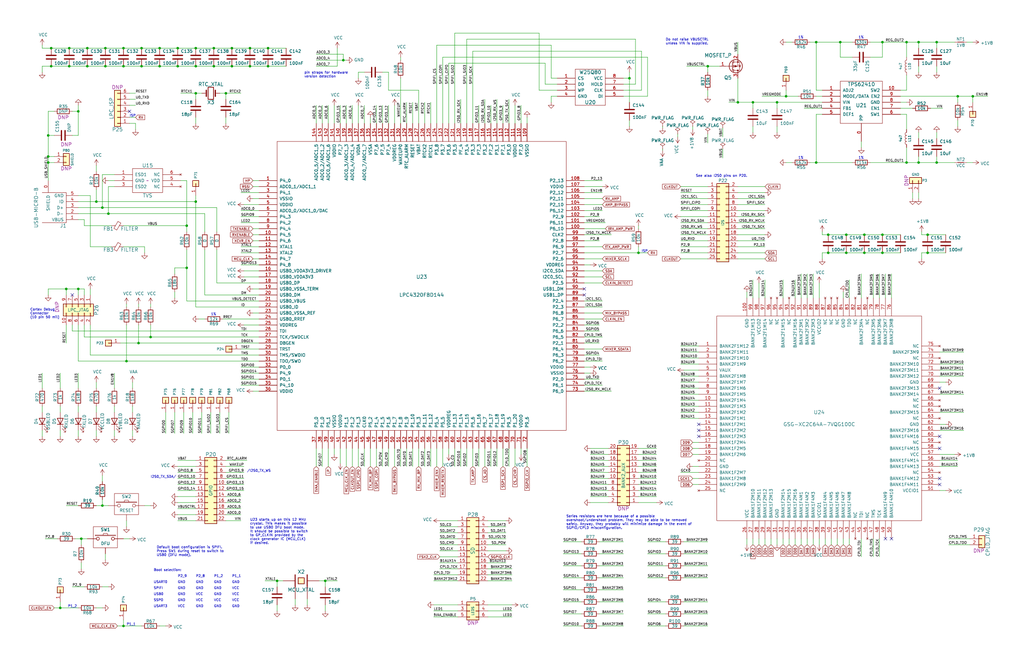
<source format=kicad_sch>
(kicad_sch (version 20211123) (generator eeschema)
  (paper "USLedger")
  (title_block (title "HackRF One") (date "2022-08-29") (rev "r9") (company "Copyright 2012-2022 Great Scott Gadgets") (comment 1 "Michael Ossmann") (comment 2 "Licensed under the CERN-OHL-P v2"))
  (junction (at 34.29 227.33))
  (junction (at 354.33 17.78))
  (junction (at 29.21 27.94))
  (junction (at 311.15 43.18))
  (junction (at 20.32 68.58))
  (junction (at 137.16 245.11))
  (junction (at 116.84 245.11))
  (junction (at 344.17 68.58))
  (junction (at 269.24 106.68))
  (junction (at 90.17 27.94))
  (junction (at 391.16 106.68))
  (junction (at 331.47 40.64))
  (junction (at 67.31 20.32))
  (junction (at 394.97 17.78))
  (junction (at 52.07 264.16))
  (junction (at 20.32 66.04))
  (junction (at 403.86 40.64))
  (junction (at 33.02 121.92))
  (junction (at 372.11 99.06))
  (junction (at 27.94 121.92))
  (junction (at 74.93 27.94))
  (junction (at 113.03 20.32))
  (junction (at 63.5 142.24))
  (junction (at 52.07 27.94))
  (junction (at 67.31 27.94))
  (junction (at 349.25 106.68))
  (junction (at 36.83 27.94))
  (junction (at 33.02 46.99))
  (junction (at 82.55 39.37))
  (junction (at 364.49 106.68))
  (junction (at 82.55 20.32))
  (junction (at 113.03 27.94))
  (junction (at 78.74 113.03))
  (junction (at 95.25 39.37))
  (junction (at 82.55 27.94))
  (junction (at 144.78 25.4))
  (junction (at 372.11 17.78))
  (junction (at 82.55 85.09))
  (junction (at 53.34 152.4))
  (junction (at 298.45 27.94))
  (junction (at 59.69 20.32))
  (junction (at 44.45 20.32))
  (junction (at 58.42 144.78))
  (junction (at 317.5 43.18))
  (junction (at 78.74 95.25))
  (junction (at 43.18 87.63))
  (junction (at 387.35 68.58))
  (junction (at 387.35 17.78))
  (junction (at 97.79 20.32))
  (junction (at 74.93 20.32))
  (junction (at 105.41 27.94))
  (junction (at 59.69 27.94))
  (junction (at 21.59 20.32))
  (junction (at 29.21 20.32))
  (junction (at 36.83 20.32))
  (junction (at 97.79 27.94))
  (junction (at 364.49 99.06))
  (junction (at 20.32 57.15))
  (junction (at 382.27 17.78))
  (junction (at 43.18 213.36))
  (junction (at 356.87 106.68))
  (junction (at 391.16 99.06))
  (junction (at 45.72 90.17))
  (junction (at 382.27 68.58))
  (junction (at 105.41 20.32))
  (junction (at 52.07 20.32))
  (junction (at 394.97 68.58))
  (junction (at 44.45 27.94))
  (junction (at 372.11 106.68))
  (junction (at 344.17 17.78))
  (junction (at 349.25 99.06))
  (junction (at 40.64 85.09))
  (junction (at 327.66 43.18))
  (junction (at 21.59 27.94))
  (junction (at 265.43 33.02))
  (junction (at 356.87 99.06))
  (junction (at 25.4 256.54))
  (junction (at 90.17 20.32))
  (junction (at 410.21 40.64))
  (no_connect (at 396.24 204.47))
  (no_connect (at 396.24 184.15))
  (no_connect (at 294.64 181.61))
  (no_connect (at 54.61 46.99))
  (no_connect (at 294.64 184.15))
  (no_connect (at 246.38 121.92))
  (no_connect (at 246.38 124.46))
  (no_connect (at 396.24 163.83))
  (no_connect (at 294.64 179.07))
  (no_connect (at 375.92 227.33))
  (no_connect (at 396.24 189.23))
  (no_connect (at 30.48 124.46))
  (no_connect (at 396.24 201.93))
  (no_connect (at 373.38 227.33))
  (wire (pts (xy 246.38 129.54) (xy 254 129.54)))
  (wire (pts (xy 265.43 33.02) (xy 265.43 43.18)))
  (wire (pts (xy 176.53 196.85) (xy 176.53 189.23)))
  (wire (pts (xy 394.97 30.48) (xy 394.97 27.94)))
  (wire (pts (xy 181.61 43.18) (xy 181.61 52.07)))
  (wire (pts (xy 382.27 17.78) (xy 382.27 24.13)))
  (wire (pts (xy 137.16 245.11) (xy 142.24 245.11)))
  (wire (pts (xy 322.58 101.6) (xy 311.15 101.6)))
  (wire (pts (xy 58.42 137.16) (xy 58.42 144.78)))
  (wire (pts (xy 382.27 68.58) (xy 382.27 62.23)))
  (wire (pts (xy 20.32 121.92) (xy 27.94 121.92)))
  (wire (pts (xy 142.24 20.32) (xy 142.24 27.94)))
  (wire (pts (xy 133.35 22.86) (xy 144.78 22.86)))
  (wire (pts (xy 340.36 125.73) (xy 340.36 115.57)))
  (wire (pts (xy 254 86.36) (xy 246.38 86.36)))
  (wire (pts (xy 368.3 125.73) (xy 368.3 115.57)))
  (wire (pts (xy 382.27 38.1) (xy 379.73 38.1)))
  (wire (pts (xy 322.58 125.73) (xy 322.58 118.11)))
  (wire (pts (xy 135.89 189.23) (xy 135.89 196.85)))
  (wire (pts (xy 78.74 113.03) (xy 78.74 127)))
  (wire (pts (xy 151.13 30.48) (xy 153.67 30.48)))
  (wire (pts (xy 201.93 189.23) (xy 201.93 196.85)))
  (wire (pts (xy 246.38 99.06) (xy 257.81 99.06)))
  (wire (pts (xy 54.61 41.91) (xy 57.15 41.91)))
  (wire (pts (xy 102.87 199.39) (xy 95.25 199.39)))
  (wire (pts (xy 179.07 189.23) (xy 179.07 196.85)))
  (wire (pts (xy 222.25 189.23) (xy 222.25 196.85)))
  (wire (pts (xy 27.94 121.92) (xy 27.94 124.46)))
  (wire (pts (xy 280.67 264.16) (xy 273.05 264.16)))
  (wire (pts (xy 199.39 189.23) (xy 199.39 196.85)))
  (wire (pts (xy 372.11 17.78) (xy 382.27 17.78)))
  (wire (pts (xy 30.48 137.16) (xy 30.48 139.7)))
  (wire (pts (xy 248.92 201.93) (xy 256.54 201.93)))
  (wire (pts (xy 354.33 24.13) (xy 359.41 24.13)))
  (wire (pts (xy 29.21 20.32) (xy 36.83 20.32)))
  (wire (pts (xy 353.06 227.33) (xy 353.06 229.87)))
  (wire (pts (xy 232.41 19.05) (xy 184.15 19.05)))
  (wire (pts (xy 185.42 237.49) (xy 193.04 237.49)))
  (wire (pts (xy 207.01 189.23) (xy 207.01 196.85)))
  (wire (pts (xy 171.45 196.85) (xy 171.45 189.23)))
  (wire (pts (xy 54.61 49.53) (xy 57.15 49.53)))
  (wire (pts (xy 379.73 40.64) (xy 403.86 40.64)))
  (wire (pts (xy 29.21 27.94) (xy 36.83 27.94)))
  (wire (pts (xy 246.38 106.68) (xy 269.24 106.68)))
  (wire (pts (xy 153.67 189.23) (xy 153.67 196.85)))
  (wire (pts (xy 109.22 99.06) (xy 106.68 99.06)))
  (wire (pts (xy 394.97 68.58) (xy 402.59 68.58)))
  (wire (pts (xy 322.58 83.82) (xy 311.15 83.82)))
  (wire (pts (xy 21.59 20.32) (xy 29.21 20.32)))
  (wire (pts (xy 269.24 106.68) (xy 273.05 106.68)))
  (wire (pts (xy 279.4 62.865) (xy 279.4 63.5)))
  (wire (pts (xy 269.24 95.25) (xy 269.24 96.52)))
  (wire (pts (xy 367.03 68.58) (xy 382.27 68.58)))
  (wire (pts (xy 354.33 17.78) (xy 354.33 24.13)))
  (wire (pts (xy 273.05 40.64) (xy 262.89 40.64)))
  (wire (pts (xy 33.02 85.09) (xy 40.64 85.09)))
  (wire (pts (xy 33.02 121.92) (xy 35.56 121.92)))
  (wire (pts (xy 307.34 43.18) (xy 311.15 43.18)))
  (wire (pts (xy 17.78 19.05) (xy 17.78 20.32)))
  (wire (pts (xy 322.58 227.33) (xy 322.58 229.87)))
  (wire (pts (xy 246.38 165.1) (xy 257.81 165.1)))
  (wire (pts (xy 85.09 182.88) (xy 85.09 173.99)))
  (wire (pts (xy 269.24 196.85) (xy 276.86 196.85)))
  (wire (pts (xy 294.64 176.53) (xy 287.02 176.53)))
  (wire (pts (xy 342.9 125.73) (xy 342.9 115.57)))
  (wire (pts (xy 246.38 93.98) (xy 255.27 93.98)))
  (wire (pts (xy 246.38 83.82) (xy 254 83.82)))
  (wire (pts (xy 287.02 163.83) (xy 294.64 163.83)))
  (wire (pts (xy 90.17 27.94) (xy 97.79 27.94)))
  (wire (pts (xy 246.38 139.7) (xy 252.73 139.7)))
  (wire (pts (xy 410.21 40.64) (xy 416.56 40.64)))
  (wire (pts (xy 153.67 44.45) (xy 153.67 52.07)))
  (wire (pts (xy 82.55 217.17) (xy 74.93 217.17)))
  (wire (pts (xy 288.29 243.84) (xy 298.45 243.84)))
  (wire (pts (xy 248.92 191.77) (xy 256.54 191.77)))
  (wire (pts (xy 20.32 57.15) (xy 22.86 57.15)))
  (wire (pts (xy 82.55 199.39) (xy 74.93 199.39)))
  (wire (pts (xy 331.47 40.64) (xy 336.55 40.64)))
  (wire (pts (xy 367.03 24.13) (xy 372.11 24.13)))
  (wire (pts (xy 38.1 121.92) (xy 38.1 124.46)))
  (wire (pts (xy 58.42 144.78) (xy 109.22 144.78)))
  (wire (pts (xy 280.67 243.84) (xy 273.05 243.84)))
  (wire (pts (xy 43.18 213.36) (xy 43.18 210.82)))
  (wire (pts (xy 33.02 213.36) (xy 27.94 213.36)))
  (wire (pts (xy 205.74 242.57) (xy 215.9 242.57)))
  (wire (pts (xy 334.01 68.58) (xy 331.47 68.58)))
  (wire (pts (xy 55.88 161.29) (xy 55.88 163.83)))
  (wire (pts (xy 227.33 38.1) (xy 234.95 38.1)))
  (wire (pts (xy 151.13 44.45) (xy 151.13 52.07)))
  (wire (pts (xy 45.72 247.65) (xy 43.18 247.65)))
  (wire (pts (xy 245.11 243.84) (xy 237.49 243.84)))
  (wire (pts (xy 48.26 157.48) (xy 48.26 163.83)))
  (wire (pts (xy 252.73 238.76) (xy 262.89 238.76)))
  (wire (pts (xy 311.15 86.36) (xy 322.58 86.36)))
  (wire (pts (xy 394.97 17.78) (xy 402.59 17.78)))
  (wire (pts (xy 292.1 53.34) (xy 292.1 54.61)))
  (wire (pts (xy 82.55 27.94) (xy 90.17 27.94)))
  (wire (pts (xy 246.38 96.52) (xy 255.27 96.52)))
  (wire (pts (xy 33.02 171.45) (xy 33.02 173.99)))
  (wire (pts (xy 407.67 17.78) (xy 410.21 17.78)))
  (wire (pts (xy 74.93 194.31) (xy 82.55 194.31)))
  (wire (pts (xy 245.11 248.92) (xy 237.49 248.92)))
  (wire (pts (xy 43.18 256.54) (xy 40.64 256.54)))
  (wire (pts (xy 90.17 20.32) (xy 97.79 20.32)))
  (wire (pts (xy 288.29 259.08) (xy 298.45 259.08)))
  (wire (pts (xy 214.63 189.23) (xy 214.63 196.85)))
  (wire (pts (xy 331.47 38.1) (xy 331.47 40.64)))
  (wire (pts (xy 81.28 182.88) (xy 81.28 173.99)))
  (wire (pts (xy 382.27 43.18) (xy 379.73 43.18)))
  (wire (pts (xy 408.94 229.87) (xy 400.05 229.87)))
  (wire (pts (xy 280.67 228.6) (xy 273.05 228.6)))
  (wire (pts (xy 256.54 199.39) (xy 248.92 199.39)))
  (wire (pts (xy 384.81 45.72) (xy 379.73 45.72)))
  (wire (pts (xy 49.53 264.16) (xy 52.07 264.16)))
  (wire (pts (xy 287.02 173.99) (xy 294.64 173.99)))
  (wire (pts (xy 63.5 142.24) (xy 109.22 142.24)))
  (wire (pts (xy 102.87 114.3) (xy 109.22 114.3)))
  (wire (pts (xy 60.96 213.36) (xy 63.5 213.36)))
  (wire (pts (xy 73.66 113.03) (xy 73.66 115.57)))
  (wire (pts (xy 246.38 132.08) (xy 254 132.08)))
  (wire (pts (xy 82.55 209.55) (xy 74.93 209.55)))
  (wire (pts (xy 181.61 189.23) (xy 181.61 196.85)))
  (wire (pts (xy 156.21 189.23) (xy 156.21 196.85)))
  (wire (pts (xy 95.25 52.07) (xy 95.25 49.53)))
  (wire (pts (xy 78.74 76.2) (xy 78.74 95.25)))
  (wire (pts (xy 252.73 254) (xy 262.89 254)))
  (wire (pts (xy 349.25 106.68) (xy 356.87 106.68)))
  (wire (pts (xy 396.24 179.07) (xy 398.78 179.07)))
  (wire (pts (xy 367.03 17.78) (xy 372.11 17.78)))
  (wire (pts (xy 288.29 264.16) (xy 298.45 264.16)))
  (wire (pts (xy 22.86 256.54) (xy 25.4 256.54)))
  (wire (pts (xy 252.73 233.68) (xy 262.89 233.68)))
  (wire (pts (xy 387.35 17.78) (xy 387.35 20.32)))
  (wire (pts (xy 30.48 46.99) (xy 33.02 46.99)))
  (wire (pts (xy 322.58 81.28) (xy 311.15 81.28)))
  (wire (pts (xy 327.66 43.18) (xy 346.71 43.18)))
  (wire (pts (xy 138.43 52.07) (xy 138.43 44.45)))
  (wire (pts (xy 396.24 148.59) (xy 406.4 148.59)))
  (wire (pts (xy 276.86 209.55) (xy 269.24 209.55)))
  (wire (pts (xy 185.42 219.71) (xy 193.04 219.71)))
  (wire (pts (xy 138.43 196.85) (xy 138.43 189.23)))
  (wire (pts (xy 212.09 52.07) (xy 212.09 44.45)))
  (wire (pts (xy 280.67 233.68) (xy 273.05 233.68)))
  (wire (pts (xy 294.64 158.75) (xy 287.02 158.75)))
  (wire (pts (xy 317.5 227.33) (xy 317.5 229.87)))
  (wire (pts (xy 143.51 52.07) (xy 143.51 44.45)))
  (wire (pts (xy 78.74 105.41) (xy 78.74 113.03)))
  (wire (pts (xy 176.53 38.1) (xy 176.53 52.07)))
  (wire (pts (xy 248.92 207.01) (xy 256.54 207.01)))
  (wire (pts (xy 109.22 78.74) (xy 106.68 78.74)))
  (wire (pts (xy 317.5 43.18) (xy 327.66 43.18)))
  (wire (pts (xy 82.55 20.32) (xy 90.17 20.32)))
  (wire (pts (xy 294.64 171.45) (xy 287.02 171.45)))
  (wire (pts (xy 140.97 191.77) (xy 140.97 189.23)))
  (wire (pts (xy 101.6 111.76) (xy 109.22 111.76)))
  (wire (pts (xy 137.16 247.65) (xy 137.16 245.11)))
  (wire (pts (xy 96.52 182.88) (xy 96.52 173.99)))
  (wire (pts (xy 20.32 66.04) (xy 20.32 68.58)))
  (wire (pts (xy 74.93 201.93) (xy 82.55 201.93)))
  (wire (pts (xy 205.74 229.87) (xy 213.36 229.87)))
  (wire (pts (xy 163.83 30.48) (xy 163.83 38.1)))
  (wire (pts (xy 344.17 40.64) (xy 346.71 40.64)))
  (wire (pts (xy 288.29 156.21) (xy 294.64 156.21)))
  (wire (pts (xy 215.9 260.35) (xy 205.74 260.35)))
  (wire (pts (xy 358.14 227.33) (xy 358.14 229.87)))
  (wire (pts (xy 254 127) (xy 246.38 127)))
  (wire (pts (xy 109.22 162.56) (xy 101.6 162.56)))
  (wire (pts (xy 133.35 27.94) (xy 142.24 27.94)))
  (wire (pts (xy 17.78 181.61) (xy 17.78 184.15)))
  (wire (pts (xy 327.66 43.18) (xy 327.66 45.72)))
  (wire (pts (xy 287.02 91.44) (xy 298.45 91.44)))
  (wire (pts (xy 163.83 52.07) (xy 163.83 44.45)))
  (wire (pts (xy 273.05 238.76) (xy 280.67 238.76)))
  (wire (pts (xy 287.02 106.68) (xy 298.45 106.68)))
  (wire (pts (xy 322.58 106.68) (xy 311.15 106.68)))
  (wire (pts (xy 43.18 213.36) (xy 45.72 213.36)))
  (wire (pts (xy 347.98 227.33) (xy 347.98 229.87)))
  (wire (pts (xy 20.32 121.92) (xy 20.32 124.46)))
  (wire (pts (xy 396.24 173.99) (xy 406.4 173.99)))
  (wire (pts (xy 215.9 245.11) (xy 205.74 245.11)))
  (wire (pts (xy 60.96 104.14) (xy 60.96 106.68)))
  (wire (pts (xy 246.38 101.6) (xy 252.73 101.6)))
  (wire (pts (xy 168.91 24.13) (xy 168.91 25.4)))
  (wire (pts (xy 294.64 151.13) (xy 287.02 151.13)))
  (wire (pts (xy 73.66 125.73) (xy 73.66 123.19)))
  (wire (pts (xy 82.55 39.37) (xy 85.09 39.37)))
  (wire (pts (xy 254 76.2) (xy 246.38 76.2)))
  (wire (pts (xy 245.11 259.08) (xy 237.49 259.08)))
  (wire (pts (xy 314.96 125.73) (xy 314.96 123.19)))
  (wire (pts (xy 101.6 88.9) (xy 109.22 88.9)))
  (wire (pts (xy 334.01 17.78) (xy 331.47 17.78)))
  (wire (pts (xy 166.37 44.45) (xy 166.37 52.07)))
  (wire (pts (xy 384.81 83.82) (xy 384.81 81.28)))
  (wire (pts (xy 294.64 186.69) (xy 292.1 186.69)))
  (wire (pts (xy 25.4 181.61) (xy 25.4 184.15)))
  (wire (pts (xy 246.38 142.24) (xy 254 142.24)))
  (wire (pts (xy 95.25 209.55) (xy 101.6 209.55)))
  (wire (pts (xy 20.32 66.04) (xy 22.86 66.04)))
  (wire (pts (xy 33.02 152.4) (xy 33.02 137.16)))
  (wire (pts (xy 21.59 27.94) (xy 29.21 27.94)))
  (wire (pts (xy 182.88 242.57) (xy 193.04 242.57)))
  (wire (pts (xy 298.45 27.94) (xy 303.53 27.94)))
  (wire (pts (xy 311.15 22.86) (xy 311.15 17.78)))
  (wire (pts (xy 246.38 88.9) (xy 254 88.9)))
  (wire (pts (xy 63.5 137.16) (xy 63.5 142.24)))
  (wire (pts (xy 34.29 227.33) (xy 36.83 227.33)))
  (wire (pts (xy 45.72 78.74) (xy 45.72 90.17)))
  (wire (pts (xy 287.02 83.82) (xy 298.45 83.82)))
  (wire (pts (xy 40.64 80.01) (xy 40.64 85.09)))
  (wire (pts (xy 398.78 207.01) (xy 396.24 207.01)))
  (wire (pts (xy 113.03 27.94) (xy 120.65 27.94)))
  (wire (pts (xy 314.96 229.87) (xy 314.96 227.33)))
  (wire (pts (xy 54.61 44.45) (xy 57.15 44.45)))
  (wire (pts (xy 394.97 68.58) (xy 394.97 66.04)))
  (wire (pts (xy 248.92 154.94) (xy 246.38 154.94)))
  (wire (pts (xy 191.77 13.97) (xy 191.77 52.07)))
  (wire (pts (xy 95.25 207.01) (xy 102.87 207.01)))
  (wire (pts (xy 388.62 106.68) (xy 388.62 109.22)))
  (wire (pts (xy 382.27 68.58) (xy 387.35 68.58)))
  (wire (pts (xy 403.86 40.64) (xy 410.21 40.64)))
  (wire (pts (xy 40.64 163.83) (xy 40.64 161.29)))
  (wire (pts (xy 322.58 91.44) (xy 311.15 91.44)))
  (wire (pts (xy 40.64 85.09) (xy 82.55 85.09)))
  (wire (pts (xy 102.87 116.84) (xy 109.22 116.84)))
  (wire (pts (xy 294.64 204.47) (xy 292.1 204.47)))
  (wire (pts (xy 209.55 189.23) (xy 209.55 196.85)))
  (wire (pts (xy 44.45 236.22) (xy 44.45 233.68)))
  (wire (pts (xy 387.35 83.82) (xy 387.35 81.28)))
  (wire (pts (xy 35.56 121.92) (xy 35.56 124.46)))
  (wire (pts (xy 20.32 68.58) (xy 20.32 76.2)))
  (wire (pts (xy 74.93 20.32) (xy 82.55 20.32)))
  (wire (pts (xy 34.29 229.87) (xy 34.29 227.33)))
  (wire (pts (xy 52.07 264.16) (xy 59.69 264.16)))
  (wire (pts (xy 95.25 214.63) (xy 101.6 214.63)))
  (wire (pts (xy 116.84 257.81) (xy 116.84 255.27)))
  (wire (pts (xy 194.31 189.23) (xy 194.31 196.85)))
  (wire (pts (xy 158.75 189.23) (xy 158.75 196.85)))
  (wire (pts (xy 344.17 48.26) (xy 346.71 48.26)))
  (wire (pts (xy 196.85 189.23) (xy 196.85 196.85)))
  (wire (pts (xy 133.35 25.4) (xy 144.78 25.4)))
  (wire (pts (xy 363.22 115.57) (xy 363.22 125.73)))
  (wire (pts (xy 109.22 149.86) (xy 38.1 149.86)))
  (wire (pts (xy 322.58 88.9) (xy 311.15 88.9)))
  (wire (pts (xy 304.8 57.785) (xy 304.8 53.975)))
  (wire (pts (xy 36.83 20.32) (xy 44.45 20.32)))
  (wire (pts (xy 396.24 158.75) (xy 406.4 158.75)))
  (wire (pts (xy 52.07 261.62) (xy 52.07 264.16)))
  (wire (pts (xy 31.75 227.33) (xy 34.29 227.33)))
  (wire (pts (xy 387.35 30.48) (xy 387.35 27.94)))
  (wire (pts (xy 69.85 182.88) (xy 69.85 173.99)))
  (wire (pts (xy 217.17 189.23) (xy 217.17 196.85)))
  (wire (pts (xy 248.92 111.76) (xy 246.38 111.76)))
  (wire (pts (xy 364.49 99.06) (xy 372.11 99.06)))
  (wire (pts (xy 280.67 254) (xy 273.05 254)))
  (wire (pts (xy 285.75 56.515) (xy 285.75 57.785)))
  (wire (pts (xy 186.69 24.13) (xy 186.69 52.07)))
  (wire (pts (xy 213.36 237.49) (xy 205.74 237.49)))
  (wire (pts (xy 294.64 166.37) (xy 287.02 166.37)))
  (wire (pts (xy 35.56 137.16) (xy 35.56 142.24)))
  (wire (pts (xy 205.74 227.33) (xy 213.36 227.33)))
  (wire (pts (xy 91.44 87.63) (xy 91.44 97.79)))
  (wire (pts (xy 341.63 17.78) (xy 344.17 17.78)))
  (wire (pts (xy 33.02 157.48) (xy 33.02 163.83)))
  (wire (pts (xy 273.05 24.13) (xy 273.05 40.64)))
  (wire (pts (xy 252.73 259.08) (xy 262.89 259.08)))
  (wire (pts (xy 95.25 39.37) (xy 95.25 41.91)))
  (wire (pts (xy 317.5 43.18) (xy 317.5 45.72)))
  (wire (pts (xy 193.04 232.41) (xy 185.42 232.41)))
  (wire (pts (xy 246.38 160.02) (xy 252.73 160.02)))
  (wire (pts (xy 364.49 106.68) (xy 372.11 106.68)))
  (wire (pts (xy 363.22 62.23) (xy 363.22 59.69)))
  (wire (pts (xy 344.17 17.78) (xy 354.33 17.78)))
  (wire (pts (xy 407.67 68.58) (xy 410.21 68.58)))
  (wire (pts (xy 116.84 247.65) (xy 116.84 245.11)))
  (wire (pts (xy 193.04 234.95) (xy 185.42 234.95)))
  (wire (pts (xy 74.93 207.01) (xy 82.55 207.01)))
  (wire (pts (xy 102.87 137.16) (xy 109.22 137.16)))
  (wire (pts (xy 356.87 106.68) (xy 364.49 106.68)))
  (wire (pts (xy 245.11 238.76) (xy 237.49 238.76)))
  (wire (pts (xy 148.59 189.23) (xy 148.59 196.85)))
  (wire (pts (xy 43.18 200.66) (xy 43.18 203.2)))
  (wire (pts (xy 30.48 139.7) (xy 109.22 139.7)))
  (wire (pts (xy 189.23 191.77) (xy 189.23 189.23)))
  (wire (pts (xy 391.16 99.06) (xy 398.78 99.06)))
  (wire (pts (xy 34.29 240.03) (xy 34.29 237.49)))
  (wire (pts (xy 151.13 33.02) (xy 151.13 30.48)))
  (wire (pts (xy 102.87 86.36) (xy 109.22 86.36)))
  (wire (pts (xy 25.4 157.48) (xy 25.4 163.83)))
  (wire (pts (xy 82.55 39.37) (xy 82.55 41.91)))
  (wire (pts (xy 320.04 125.73) (xy 320.04 119.38)))
  (wire (pts (xy 287.02 109.22) (xy 298.45 109.22)))
  (wire (pts (xy 67.31 27.94) (xy 74.93 27.94)))
  (wire (pts (xy 246.38 144.78) (xy 252.73 144.78)))
  (wire (pts (xy 232.41 43.18) (xy 232.41 40.64)))
  (wire (pts (xy 33.02 152.4) (xy 53.34 152.4)))
  (wire (pts (xy 17.78 20.32) (xy 21.59 20.32)))
  (wire (pts (xy 78.74 113.03) (xy 73.66 113.03)))
  (wire (pts (xy 156.21 49.53) (xy 156.21 52.07)))
  (wire (pts (xy 254 116.84) (xy 246.38 116.84)))
  (wire (pts (xy 82.55 129.54) (xy 109.22 129.54)))
  (wire (pts (xy 396.24 194.31) (xy 403.86 194.31)))
  (wire (pts (xy 106.68 76.2) (xy 109.22 76.2)))
  (wire (pts (xy 254 78.74) (xy 246.38 78.74)))
  (wire (pts (xy 193.04 222.25) (xy 185.42 222.25)))
  (wire (pts (xy 24.13 227.33) (xy 19.05 227.33)))
  (wire (pts (xy 101.6 219.71) (xy 95.25 219.71)))
  (wire (pts (xy 95.25 212.09) (xy 101.6 212.09)))
  (wire (pts (xy 193.04 229.87) (xy 185.42 229.87)))
  (wire (pts (xy 287.02 88.9) (xy 298.45 88.9)))
  (wire (pts (xy 388.62 106.68) (xy 391.16 106.68)))
  (wire (pts (xy 91.44 105.41) (xy 91.44 119.38)))
  (wire (pts (xy 335.28 125.73) (xy 335.28 118.11)))
  (wire (pts (xy 287.02 199.39) (xy 294.64 199.39)))
  (wire (pts (xy 370.84 227.33) (xy 370.84 234.95)))
  (wire (pts (xy 59.69 27.94) (xy 67.31 27.94)))
  (wire (pts (xy 276.86 199.39) (xy 269.24 199.39)))
  (wire (pts (xy 102.87 196.85) (xy 95.25 196.85)))
  (wire (pts (xy 387.35 68.58) (xy 394.97 68.58)))
  (wire (pts (xy 335.28 227.33) (xy 335.28 229.87)))
  (wire (pts (xy 311.15 33.02) (xy 311.15 43.18)))
  (wire (pts (xy 40.64 171.45) (xy 40.64 173.99)))
  (wire (pts (xy 254 81.28) (xy 246.38 81.28)))
  (wire (pts (xy 349.25 99.06) (xy 356.87 99.06)))
  (wire (pts (xy 55.88 181.61) (xy 55.88 184.15)))
  (wire (pts (xy 403.86 43.18) (xy 403.86 40.64)))
  (wire (pts (xy 209.55 52.07) (xy 209.55 41.91)))
  (wire (pts (xy 372.11 99.06) (xy 379.73 99.06)))
  (wire (pts (xy 245.11 233.68) (xy 237.49 233.68)))
  (wire (pts (xy 182.88 255.27) (xy 193.04 255.27)))
  (wire (pts (xy 204.47 196.85) (xy 204.47 189.23)))
  (wire (pts (xy 294.64 196.85) (xy 292.1 196.85)))
  (wire (pts (xy 109.22 93.98) (xy 101.6 93.98)))
  (wire (pts (xy 337.82 125.73) (xy 337.82 115.57)))
  (wire (pts (xy 161.29 52.07) (xy 161.29 44.45)))
  (wire (pts (xy 246.38 149.86) (xy 252.73 149.86)))
  (wire (pts (xy 232.41 40.64) (xy 234.95 40.64)))
  (wire (pts (xy 35.56 95.25) (xy 35.56 92.71)))
  (wire (pts (xy 330.2 125.73) (xy 330.2 118.11)))
  (wire (pts (xy 375.92 115.57) (xy 375.92 125.73)))
  (wire (pts (xy 287.02 101.6) (xy 298.45 101.6)))
  (wire (pts (xy 53.34 128.27) (xy 53.34 129.54)))
  (wire (pts (xy 17.78 163.83) (xy 17.78 157.48)))
  (wire (pts (xy 207.01 52.07) (xy 207.01 44.45)))
  (wire (pts (xy 205.74 224.79) (xy 213.36 224.79)))
  (wire (pts (xy 298.45 96.52) (xy 287.02 96.52)))
  (wire (pts (xy 276.86 191.77) (xy 269.24 191.77)))
  (wire (pts (xy 372.11 24.13) (xy 372.11 17.78)))
  (wire (pts (xy 193.04 227.33) (xy 185.42 227.33)))
  (wire (pts (xy 396.24 153.67) (xy 406.4 153.67)))
  (wire (pts (xy 109.22 96.52) (xy 106.68 96.52)))
  (wire (pts (xy 25.4 171.45) (xy 25.4 173.99)))
  (wire (pts (xy 215.9 240.03) (xy 205.74 240.03)))
  (wire (pts (xy 143.51 195.58) (xy 143.51 189.23)))
  (wire (pts (xy 322.58 78.74) (xy 311.15 78.74)))
  (wire (pts (xy 17.78 171.45) (xy 17.78 173.99)))
  (wire (pts (xy 86.36 105.41) (xy 86.36 124.46)))
  (wire (pts (xy 363.22 227.33) (xy 363.22 234.95)))
  (wire (pts (xy 245.11 254) (xy 237.49 254)))
  (wire (pts (xy 219.71 52.07) (xy 219.71 44.45)))
  (wire (pts (xy 346.71 38.1) (xy 344.17 38.1)))
  (wire (pts (xy 317.5 125.73) (xy 317.5 118.11)))
  (wire (pts (xy 267.97 16.51) (xy 267.97 35.56)))
  (wire (pts (xy 33.02 90.17) (xy 45.72 90.17)))
  (wire (pts (xy 256.54 194.31) (xy 248.92 194.31)))
  (wire (pts (xy 92.71 182.88) (xy 92.71 173.99)))
  (wire (pts (xy 104.14 194.31) (xy 95.25 194.31)))
  (wire (pts (xy 256.54 209.55) (xy 248.92 209.55)))
  (wire (pts (xy 248.92 212.09) (xy 256.54 212.09)))
  (wire (pts (xy 252.73 264.16) (xy 262.89 264.16)))
  (wire (pts (xy 354.33 17.78) (xy 359.41 17.78)))
  (wire (pts (xy 267.97 35.56) (xy 262.89 35.56)))
  (wire (pts (xy 93.98 134.62) (xy 109.22 134.62)))
  (wire (pts (xy 67.31 20.32) (xy 74.93 20.32)))
  (wire (pts (xy 344.17 68.58) (xy 359.41 68.58)))
  (wire (pts (xy 287.02 99.06) (xy 298.45 99.06)))
  (wire (pts (xy 109.22 106.68) (xy 101.6 106.68)))
  (wire (pts (xy 262.89 33.02) (xy 265.43 33.02)))
  (wire (pts (xy 270.51 21.59) (xy 270.51 38.1)))
  (wire (pts (xy 265.43 53.34) (xy 265.43 50.8)))
  (wire (pts (xy 344.17 68.58) (xy 344.17 48.26)))
  (wire (pts (xy 20.32 57.15) (xy 20.32 66.04)))
  (wire (pts (xy 229.87 35.56) (xy 234.95 35.56)))
  (wire (pts (xy 40.64 181.61) (xy 40.64 184.15)))
  (wire (pts (xy 287.02 168.91) (xy 294.64 168.91)))
  (wire (pts (xy 88.9 182.88) (xy 88.9 173.99)))
  (wire (pts (xy 322.58 99.06) (xy 311.15 99.06)))
  (wire (pts (xy 256.54 189.23) (xy 248.92 189.23)))
  (wire (pts (xy 246.38 162.56) (xy 254 162.56)))
  (wire (pts (xy 396.24 156.21) (xy 406.4 156.21)))
  (wire (pts (xy 106.68 83.82) (xy 109.22 83.82)))
  (wire (pts (xy 168.91 33.02) (xy 168.91 52.07)))
  (wire (pts (xy 254 147.32) (xy 246.38 147.32)))
  (wire (pts (xy 146.05 189.23) (xy 146.05 196.85)))
  (wire (pts (xy 339.09 45.72) (xy 346.71 45.72)))
  (wire (pts (xy 109.22 101.6) (xy 106.68 101.6)))
  (wire (pts (xy 294.64 191.77) (xy 292.1 191.77)))
  (wire (pts (xy 52.07 227.33) (xy 54.61 227.33)))
  (wire (pts (xy 394.97 17.78) (xy 394.97 20.32)))
  (wire (pts (xy 109.22 109.22) (xy 106.68 109.22)))
  (wire (pts (xy 36.83 27.94) (xy 44.45 27.94)))
  (wire (pts (xy 48.26 78.74) (xy 45.72 78.74)))
  (wire (pts (xy 50.8 144.78) (xy 58.42 144.78)))
  (wire (pts (xy 265.43 30.48) (xy 265.43 33.02)))
  (wire (pts (xy 321.31 40.64) (xy 331.47 40.64)))
  (wire (pts (xy 73.66 182.88) (xy 73.66 173.99)))
  (wire (pts (xy 288.29 228.6) (xy 298.45 228.6)))
  (wire (pts (xy 304.8 66.675) (xy 304.8 62.865)))
  (wire (pts (xy 410.21 40.64) (xy 410.21 43.18)))
  (wire (pts (xy 396.24 161.29) (xy 398.78 161.29)))
  (wire (pts (xy 246.38 91.44) (xy 252.73 91.44)))
  (wire (pts (xy 105.41 27.94) (xy 113.03 27.94)))
  (wire (pts (xy 105.41 20.32) (xy 113.03 20.32)))
  (wire (pts (xy 137.16 257.81) (xy 137.16 255.27)))
  (wire (pts (xy 287.02 104.14) (xy 298.45 104.14)))
  (wire (pts (xy 373.38 125.73) (xy 373.38 115.57)))
  (wire (pts (xy 391.16 106.68) (xy 398.78 106.68)))
  (wire (pts (xy 179.07 52.07) (xy 179.07 43.18)))
  (wire (pts (xy 102.87 204.47) (xy 95.25 204.47)))
  (wire (pts (xy 294.64 146.05) (xy 287.02 146.05)))
  (wire (pts (xy 109.22 81.28) (xy 101.6 81.28)))
  (wire (pts (xy 135.89 44.45) (xy 135.89 52.07)))
  (wire (pts (xy 368.3 227.33) (xy 368.3 234.95)))
  (wire (pts (xy 358.14 125.73) (xy 358.14 118.11)))
  (wire (pts (xy 53.34 219.71) (xy 53.34 222.25)))
  (wire (pts (xy 109.22 154.94) (xy 101.6 154.94)))
  (wire (pts (xy 396.24 196.85) (xy 403.86 196.85)))
  (wire (pts (xy 248.92 157.48) (xy 246.38 157.48)))
  (wire (pts (xy 322.58 104.14) (xy 311.15 104.14)))
  (wire (pts (xy 76.2 39.37) (xy 82.55 39.37)))
  (wire (pts (xy 151.13 196.85) (xy 151.13 189.23)))
  (wire (pts (xy 408.94 227.33) (xy 400.05 227.33)))
  (wire (pts (xy 144.78 22.86) (xy 144.78 25.4)))
  (wire (pts (xy 196.85 16.51) (xy 267.97 16.51)))
  (wire (pts (xy 227.33 13.97) (xy 227.33 38.1)))
  (wire (pts (xy 191.77 189.23) (xy 191.77 196.85)))
  (wire (pts (xy 53.34 152.4) (xy 109.22 152.4)))
  (wire (pts (xy 270.51 38.1) (xy 262.89 38.1)))
  (wire (pts (xy 27.94 137.16) (xy 27.94 144.78)))
  (wire (pts (xy 53.34 137.16) (xy 53.34 152.4)))
  (wire (pts (xy 327.66 229.87) (xy 327.66 227.33)))
  (wire (pts (xy 289.56 27.94) (xy 298.45 27.94)))
  (wire (pts (xy 33.02 87.63) (xy 43.18 87.63)))
  (wire (pts (xy 330.2 227.33) (xy 330.2 229.87)))
  (wire (pts (xy 78.74 127) (xy 109.22 127)))
  (wire (pts (xy 196.85 52.07) (xy 196.85 16.51)))
  (wire (pts (xy 25.4 254) (xy 25.4 256.54)))
  (wire (pts (xy 146.05 44.45) (xy 146.05 52.07)))
  (wire (pts (xy 325.12 227.33) (xy 325.12 229.87)))
  (wire (pts (xy 193.04 240.03) (xy 185.42 240.03)))
  (wire (pts (xy 43.18 73.66) (xy 48.26 73.66)))
  (wire (pts (xy 298.45 86.36) (xy 287.02 86.36)))
  (wire (pts (xy 97.79 27.94) (xy 105.41 27.94)))
  (wire (pts (xy 182.88 245.11) (xy 193.04 245.11)))
  (wire (pts (xy 245.11 228.6) (xy 237.49 228.6)))
  (wire (pts (xy 370.84 115.57) (xy 370.84 125.73)))
  (wire (pts (xy 287.02 148.59) (xy 294.64 148.59)))
  (wire (pts (xy 133.35 189.23) (xy 133.35 196.85)))
  (wire (pts (xy 67.31 264.16) (xy 69.85 264.16)))
  (wire (pts (xy 346.71 97.79) (xy 346.71 99.06)))
  (wire (pts (xy 86.36 90.17) (xy 86.36 97.79)))
  (wire (pts (xy 134.62 245.11) (xy 137.16 245.11)))
  (wire (pts (xy 217.17 44.45) (xy 217.17 52.07)))
  (wire (pts (xy 52.07 104.14) (xy 60.96 104.14)))
  (wire (pts (xy 163.83 189.23) (xy 163.83 196.85)))
  (wire (pts (xy 246.38 152.4) (xy 254 152.4)))
  (wire (pts (xy 106.68 121.92) (xy 109.22 121.92)))
  (wire (pts (xy 101.6 104.14) (xy 109.22 104.14)))
  (wire (pts (xy 342.9 227.33) (xy 342.9 229.87)))
  (wire (pts (xy 219.71 191.77) (xy 219.71 189.23)))
  (wire (pts (xy 161.29 189.23) (xy 161.29 196.85)))
  (wire (pts (xy 248.92 196.85) (xy 256.54 196.85)))
  (wire (pts (xy 48.26 171.45) (xy 48.26 173.99)))
  (wire (pts (xy 252.73 228.6) (xy 262.89 228.6)))
  (wire (pts (xy 234.95 33.02) (xy 232.41 33.02)))
  (wire (pts (xy 109.22 157.48) (xy 101.6 157.48)))
  (wire (pts (xy 20.32 46.99) (xy 20.32 57.15)))
  (wire (pts (xy 320.04 227.33) (xy 320.04 229.87)))
  (wire (pts (xy 269.24 207.01) (xy 276.86 207.01)))
  (wire (pts (xy 82.55 214.63) (xy 74.93 214.63)))
  (wire (pts (xy 45.72 76.2) (xy 48.26 76.2)))
  (wire (pts (xy 43.18 87.63) (xy 91.44 87.63)))
  (wire (pts (xy 346.71 99.06) (xy 349.25 99.06)))
  (wire (pts (xy 44.45 20.32) (xy 52.07 20.32)))
  (wire (pts (xy 54.61 39.37) (xy 57.15 39.37)))
  (wire (pts (xy 82.55 212.09) (xy 74.93 212.09)))
  (wire (pts (xy 82.55 85.09) (xy 82.55 129.54)))
  (wire (pts (xy 276.86 212.09) (xy 269.24 212.09)))
  (wire (pts (xy 294.64 189.23) (xy 292.1 189.23)))
  (wire (pts (xy 166.37 189.23) (xy 166.37 196.85)))
  (wire (pts (xy 212.09 189.23) (xy 212.09 196.85)))
  (wire (pts (xy 140.97 44.45) (xy 140.97 52.07)))
  (wire (pts (xy 48.26 181.61) (xy 48.26 184.15)))
  (wire (pts (xy 182.88 260.35) (xy 193.04 260.35)))
  (wire (pts (xy 246.38 109.22) (xy 254 109.22)))
  (wire (pts (xy 95.25 39.37) (xy 101.6 39.37)))
  (wire (pts (xy 287.02 81.28) (xy 298.45 81.28)))
  (wire (pts (xy 279.4 53.34) (xy 279.4 53.975)))
  (wire (pts (xy 33.02 46.99) (xy 33.02 57.15)))
  (wire (pts (xy 294.64 161.29) (xy 287.02 161.29)))
  (wire (pts (xy 346.71 106.68) (xy 346.71 109.22)))
  (wire (pts (xy 298.45 27.94) (xy 298.45 30.48)))
  (wire (pts (xy 33.02 181.61) (xy 33.02 184.15)))
  (wire (pts (xy 35.56 95.25) (xy 46.99 95.25)))
  (wire (pts (xy 222.25 49.53) (xy 222.25 52.07)))
  (wire (pts (xy 341.63 68.58) (xy 344.17 68.58)))
  (wire (pts (xy 344.17 38.1) (xy 344.17 17.78)))
  (wire (pts (xy 394.97 55.88) (xy 394.97 58.42)))
  (wire (pts (xy 396.24 181.61) (xy 406.4 181.61)))
  (wire (pts (xy 327.66 53.34) (xy 327.66 55.88)))
  (wire (pts (xy 59.69 20.32) (xy 67.31 20.32)))
  (wire (pts (xy 92.71 39.37) (xy 95.25 39.37)))
  (wire (pts (xy 193.04 224.79) (xy 185.42 224.79)))
  (wire (pts (xy 76.2 76.2) (xy 78.74 76.2)))
  (wire (pts (xy 33.02 57.15) (xy 30.48 57.15)))
  (wire (pts (xy 205.74 222.25) (xy 213.36 222.25)))
  (wire (pts (xy 387.35 55.88) (xy 387.35 58.42)))
  (wire (pts (xy 215.9 255.27) (xy 205.74 255.27)))
  (wire (pts (xy 345.44 229.87) (xy 345.44 227.33)))
  (wire (pts (xy 252.73 137.16) (xy 246.38 137.16)))
  (wire (pts (xy 229.87 26.67) (xy 229.87 35.56)))
  (wire (pts (xy 387.35 68.58) (xy 387.35 66.04)))
  (wire (pts (xy 113.03 20.32) (xy 120.65 20.32)))
  (wire (pts (xy 252.73 248.92) (xy 262.89 248.92)))
  (wire (pts (xy 173.99 189.23) (xy 173.99 196.85)))
  (wire (pts (xy 382.27 17.78) (xy 387.35 17.78)))
  (wire (pts (xy 129.54 255.27) (xy 129.54 252.73)))
  (wire (pts (xy 33.02 121.92) (xy 33.02 124.46)))
  (wire (pts (xy 173.99 43.18) (xy 173.99 52.07)))
  (wire (pts (xy 184.15 189.23) (xy 184.15 196.85)))
  (wire (pts (xy 403.86 53.34) (xy 403.86 50.8)))
  (wire (pts (xy 276.86 189.23) (xy 269.24 189.23)))
  (wire (pts (xy 288.29 254) (xy 298.45 254)))
  (wire (pts (xy 86.36 124.46) (xy 109.22 124.46)))
  (wire (pts (xy 287.02 93.98) (xy 298.45 93.98)))
  (wire (pts (xy 57.15 52.07) (xy 54.61 52.07)))
  (wire (pts (xy 109.22 147.32) (xy 101.6 147.32)))
  (wire (pts (xy 52.07 95.25) (xy 78.74 95.25)))
  (wire (pts (xy 204.47 52.07) (xy 204.47 41.91)))
  (wire (pts (xy 124.46 255.27) (xy 124.46 252.73)))
  (wire (pts (xy 276.86 204.47) (xy 269.24 204.47)))
  (wire (pts (xy 402.59 191.77) (xy 396.24 191.77)))
  (wire (pts (xy 148.59 44.45) (xy 148.59 52.07)))
  (wire (pts (xy 40.64 213.36) (xy 43.18 213.36)))
  (wire (pts (xy 44.45 27.94) (xy 52.07 27.94)))
  (wire (pts (xy 213.36 219.71) (xy 205.74 219.71)))
  (wire (pts (xy 33.02 82.55) (xy 38.1 82.55)))
  (wire (pts (xy 22.86 46.99) (xy 20.32 46.99)))
  (wire (pts (xy 27.94 121.92) (xy 33.02 121.92)))
  (wire (pts (xy 311.15 43.18) (xy 317.5 43.18)))
  (wire (pts (xy 214.63 52.07) (xy 214.63 41.91)))
  (wire (pts (xy 388.62 99.06) (xy 388.62 97.79)))
  (wire (pts (xy 78.74 95.25) (xy 78.74 97.79)))
  (wire (pts (xy 276.86 194.31) (xy 269.24 194.31)))
  (wire (pts (xy 74.93 219.71) (xy 82.55 219.71)))
  (wire (pts (xy 52.07 27.94) (xy 59.69 27.94)))
  (wire (pts (xy 186.69 24.13) (xy 273.05 24.13)))
  (wire (pts (xy 74.93 196.85) (xy 82.55 196.85)))
  (wire (pts (xy 17.78 27.94) (xy 21.59 27.94)))
  (wire (pts (xy 168.91 189.23) (xy 168.91 196.85)))
  (wire (pts (xy 246.38 104.14) (xy 254 104.14)))
  (wire (pts (xy 171.45 43.18) (xy 171.45 52.07)))
  (wire (pts (xy 332.74 227.33) (xy 332.74 229.87)))
  (wire (pts (xy 194.31 52.07) (xy 194.31 41.91)))
  (wire (pts (xy 40.64 69.85) (xy 40.64 72.39)))
  (wire (pts (xy 396.24 166.37) (xy 406.4 166.37)))
  (wire (pts (xy 82.55 204.47) (xy 74.93 204.47)))
  (wire (pts (xy 97.79 20.32) (xy 105.41 20.32)))
  (wire (pts (xy 355.6 125.73) (xy 355.6 123.19)))
  (wire (pts (xy 337.82 227.33) (xy 337.82 229.87)))
  (wire (pts (xy 144.78 25.4) (xy 146.05 25.4)))
  (wire (pts (xy 246.38 134.62) (xy 254 134.62)))
  (wire (pts (xy 294.64 201.93) (xy 292.1 201.93)))
  (wire (pts (xy 133.35 44.45) (xy 133.35 52.07)))
  (wire (pts (xy 91.44 119.38) (xy 109.22 119.38)))
  (wire (pts (xy 356.87 99.06) (xy 364.49 99.06)))
  (wire (pts (xy 95.25 217.17) (xy 101.6 217.17)))
  (wire (pts (xy 17.78 27.94) (xy 17.78 30.48)))
  (wire (pts (xy 269.24 104.14) (xy 269.24 106.68)))
  (wire (pts (xy 317.5 55.88) (xy 317.5 53.34)))
  (wire (pts (xy 55.88 171.45) (xy 55.88 173.99)))
  (wire (pts (xy 109.22 91.44) (xy 101.6 91.44)))
  (wire (pts (xy 189.23 52.07) (xy 189.23 26.67)))
  (wire (pts (xy 189.23 26.67) (xy 229.87 26.67)))
  (wire (pts (xy 163.83 38.1) (xy 176.53 38.1)))
  (wire (pts (xy 382.27 48.26) (xy 382.27 54.61)))
  (wire (pts (xy 245.11 264.16) (xy 237.49 264.16)))
  (wire (pts (xy 184.15 19.05) (xy 184.15 52.07)))
  (wire (pts (xy 379.73 48.26) (xy 382.27 48.26)))
  (wire (pts (xy 298.45 38.1) (xy 298.45 40.64)))
  (wire (pts (xy 191.77 13.97) (xy 227.33 13.97)))
  (wire (pts (xy 20.32 68.58) (xy 22.86 68.58)))
  (wire (pts (xy 311.15 93.98) (xy 322.58 93.98)))
  (wire (pts (xy 392.43 45.72) (xy 397.51 45.72)))
  (wire (pts (xy 45.72 90.17) (xy 86.36 90.17)))
  (wire (pts (xy 215.9 257.81) (xy 205.74 257.81)))
  (wire (pts (xy 199.39 52.07) (xy 199.39 21.59)))
  (wire (pts (xy 38.1 82.55) (xy 38.1 104.14)))
  (wire (pts (xy 256.54 204.47) (xy 248.92 204.47)))
  (wire (pts (xy 95.25 201.93) (xy 102.87 201.93)))
  (wire (pts (xy 350.52 227.33) (xy 350.52 229.87)))
  (wire (pts (xy 43.18 87.63) (xy 43.18 73.66)))
  (wire (pts (xy 82.55 82.55) (xy 82.55 85.09)))
  (wire (pts (xy 158.75 52.07) (xy 158.75 44.45)))
  (wire (pts (xy 106.68 132.08) (xy 109.22 132.08)))
  (wire (pts (xy 294.64 153.67) (xy 287.02 153.67)))
  (wire (pts (xy 25.4 256.54) (xy 33.02 256.54)))
  (wire (pts (xy 111.76 245.11) (xy 116.84 245.11)))
  (wire (pts (xy 77.47 182.88) (xy 77.47 173.99)))
  (wire (pts (xy 345.44 125.73) (xy 345.44 119.38)))
  (wire (pts (xy 269.24 201.93) (xy 276.86 201.93)))
  (wire (pts (xy 213.36 232.41) (xy 205.74 232.41)))
  (wire (pts (xy 288.29 238.76) (xy 298.45 238.76)))
  (wire (pts (xy 340.36 227.33) (xy 340.36 229.87)))
  (wire (pts (xy 38.1 149.86) (xy 38.1 137.16)))
  (wire (pts (xy 387.35 17.78) (xy 394.97 17.78)))
  (wire (pts (xy 252.73 243.84) (xy 262.89 243.84)))
  (wire (pts (xy 52.07 20.32) (xy 59.69 20.32)))
  (wire (pts (xy 35.56 142.24) (xy 63.5 142.24)))
  (wire (pts (xy 106.68 165.1) (xy 109.22 165.1)))
  (wire (pts (xy 199.39 21.59) (xy 270.51 21.59)))
  (wire (pts (xy 382.27 31.75) (xy 382.27 38.1)))
  (wire (pts (xy 346.71 106.68) (xy 349.25 106.68)))
  (wire (pts (xy 58.42 128.27) (xy 58.42 129.54)))
  (wire (pts (xy 63.5 128.27) (xy 63.5 129.54)))
  (wire (pts (xy 163.83 30.48) (xy 161.29 30.48)))
  (wire (pts (xy 311.15 96.52) (xy 322.58 96.52)))
  (wire (pts (xy 298.45 60.325) (xy 298.45 56.515)))
  (wire (pts (xy 116.84 245.11) (xy 119.38 245.11)))
  (wire (pts (xy 254 114.3) (xy 246.38 114.3)))
  (wire (pts (xy 182.88 257.81) (xy 193.04 257.81)))
  (wire (pts (xy 83.82 134.62) (xy 86.36 134.62)))
  (wire (pts (xy 33.02 44.45) (xy 33.02 46.99)))
  (wire (pts (xy 57.15 54.61) (xy 57.15 52.07)))
  (wire (pts (xy 311.15 109.22) (xy 322.58 109.22)))
  (wire (pts (xy 298.45 78.74) (xy 287.02 78.74)))
  (wire (pts (xy 38.1 104.14) (xy 46.99 104.14)))
  (wire (pts (xy 82.55 49.53) (xy 82.55 52.07)))
  (wire (pts (xy 186.69 189.23) (xy 186.69 196.85)))
  (wire (pts (xy 35.56 247.65) (xy 30.48 247.65)))
  (wire (pts (xy 35.56 92.71) (xy 33.02 92.71)))
  (wire (pts (xy 372.11 106.68) (xy 379.73 106.68)))
  (wire (pts (xy 74.93 27.94) (xy 82.55 27.94)))
  (wire (pts (xy 254 119.38) (xy 246.38 119.38)))
  (wire (pts (xy 288.29 233.68) (xy 298.45 233.68)))
  (wire (pts (xy 388.62 99.06) (xy 391.16 99.06)))
  (wire (pts (xy 109.22 160.02) (xy 101.6 160.02)))
  (wire (pts (xy 273.05 259.08) (xy 280.67 259.08)))
  (wire (pts (xy 355.6 227.33) (xy 355.6 229.87)))
  (wire (pts (xy 232.41 33.02) (xy 232.41 19.05)))
  (wire (pts (xy 201.93 52.07) (xy 201.93 44.45)))
  (text "GND" (at 74.93 246.38 0) (effects (font (size 1.016 1.016)) (justify left bottom)))
  (text "VCC" (at 82.55 254 0) (effects (font (size 1.016 1.016)) (justify left bottom)))
  (text "P1_2" (at 28.575 256.54 0) (effects (font (size 1.016 1.016)) (justify left bottom)))
  (text "1%" (at 361.95 16.51 0) (effects (font (size 1.016 1.016)) (justify left bottom)))
  (text "Series resistors are here because of a possible\novershoot/undershoot problem. They may be able to be removed\nsafely. Anyway, they probably will minimize damage in the event of\nSGPIO/CPLD misconfiguration." (at 238.76 223.52 0) (effects (font (size 1.016 1.016)) (justify left bottom)))
  (text "Default boot configuration is SPIFI.\nPress SW1 during reset to switch to\nUSB0 (DFU mode)." (at 66.04 234.95 0) (effects (font (size 1.016 1.016)) (justify left bottom)))
  (text "VCC" (at 74.93 256.54 0) (effects (font (size 1.016 1.016)) (justify left bottom)))
  (text "I2S0_TX_SDA/" (at 63.5 201.93 0) (effects (font (size 1.016 1.016)) (justify left bottom)))
  (text "P1_1" (at 53.34 264.16 0) (effects (font (size 1.016 1.016)) (justify left bottom)))
  (text "1%" (at 88.9 133.35 0) (effects (font (size 1.016 1.016)) (justify left bottom)))
  (text "1%" (at 361.95 67.31 0) (effects (font (size 1.016 1.016)) (justify left bottom)))
  (text "USB0" (at 64.77 251.46 0) (effects (font (size 1.016 1.016)) (justify left bottom)))
  (text "1%" (at 336.55 16.51 0) (effects (font (size 1.016 1.016)) (justify left bottom)))
  (text "Boot selection:" (at 64.77 241.3 0) (effects (font (size 1.016 1.016)) (justify left bottom)))
  (text "GND" (at 82.55 256.54 0) (effects (font (size 1.016 1.016)) (justify left bottom)))
  (text "pin straps for hardware\nversion detection" (at 128.27 33.02 0) (effects (font (size 1.016 1.016)) (justify left bottom)))
  (text "VCC" (at 97.79 254 0) (effects (font (size 1.016 1.016)) (justify left bottom)))
  (text "GND" (at 74.93 248.92 0) (effects (font (size 1.016 1.016)) (justify left bottom)))
  (text "GND" (at 97.79 246.38 0) (effects (font (size 1.016 1.016)) (justify left bottom)))
  (text "1%" (at 336.55 67.31 0) (effects (font (size 1.016 1.016)) (justify left bottom)))
  (text "See also I2S0 pins on P20." (at 293.37 74.93 0) (effects (font (size 1.016 1.016)) (justify left bottom)))
  (text "VCC" (at 97.79 248.92 0) (effects (font (size 1.016 1.016)) (justify left bottom)))
  (text "/I2S0_TX_WS" (at 104.14 199.39 0) (effects (font (size 1.016 1.016)) (justify left bottom)))
  (text "USART0" (at 64.77 246.38 0) (effects (font (size 1.016 1.016)) (justify left bottom)))
  (text "GND" (at 97.79 256.54 0) (effects (font (size 1.016 1.016)) (justify left bottom)))
  (text "GND" (at 90.17 246.38 0) (effects (font (size 1.016 1.016)) (justify left bottom)))
  (text "GND" (at 90.17 256.54 0) (effects (font (size 1.016 1.016)) (justify left bottom)))
  (text "SSP0" (at 64.77 254 0) (effects (font (size 1.016 1.016)) (justify left bottom)))
  (text "ISP" (at 270.51 106.68 0) (effects (font (size 1.016 1.016)) (justify left bottom)))
  (text "GND" (at 74.93 251.46 0) (effects (font (size 1.016 1.016)) (justify left bottom)))
  (text "GND" (at 90.17 248.92 0) (effects (font (size 1.016 1.016)) (justify left bottom)))
  (text "GND" (at 90.17 251.46 0) (effects (font (size 1.016 1.016)) (justify left bottom)))
  (text "P2_8" (at 82.55 243.84 0) (effects (font (size 1.016 1.016)) (justify left bottom)))
  (text "P1_1" (at 97.79 243.84 0) (effects (font (size 1.016 1.016)) (justify left bottom)))
  (text "P2_9" (at 74.93 243.84 0) (effects (font (size 1.016 1.016)) (justify left bottom)))
  (text "VCC" (at 97.79 251.46 0) (effects (font (size 1.016 1.016)) (justify left bottom)))
  (text "USART3" (at 64.77 256.54 0) (effects (font (size 1.016 1.016)) (justify left bottom)))
  (text "VCC" (at 90.17 254 0) (effects (font (size 1.016 1.016)) (justify left bottom)))
  (text "Do not raise VBUSCTRL\nunless VIN is supplied." (at 280.67 19.05 0) (effects (font (size 1.016 1.016)) (justify left bottom)))
  (text "GND" (at 82.55 246.38 0) (effects (font (size 1.016 1.016)) (justify left bottom)))
  (text "Cortex Debug\nConnector\n(10 pin 50 mil)" (at 12.7 134.62 0) (effects (font (size 1.016 1.016)) (justify left bottom)))
  (text "GND" (at 82.55 248.92 0) (effects (font (size 1.016 1.016)) (justify left bottom)))
  (text "P1_2" (at 90.17 243.84 0) (effects (font (size 1.016 1.016)) (justify left bottom)))
  (text "ISP" (at 54.61 49.53 0) (effects (font (size 1.016 1.016)) (justify left bottom)))
  (text "U23 starts up on this 12 MHz\ncrystal. This makes it possible\nto use USB0 DFU boot mode.\nIt should be possible to switch\nto GP_CLKIN provided by the\nclock generator IC (MCU_CLK)\nif desired." (at 105.41 229.87 0) (effects (font (size 1.016 1.016)) (justify left bottom)))
  (text "SPIFI" (at 64.77 248.92 0) (effects (font (size 1.016 1.016)) (justify left bottom)))
  (text "GND" (at 74.93 254 0) (effects (font (size 1.016 1.016)) (justify left bottom)))
  (text "VCC" (at 82.55 251.46 0) (effects (font (size 1.016 1.016)) (justify left bottom)))
  (label "VBUS" (at 74.93 219.71 0) (effects (font (size 1.016 1.016))))
  (label "GPIO3_9" (at 102.87 199.39 180) (effects (font (size 1.016 1.016))))
  (label "B2AUX2" (at 287.02 173.99 0) (effects (font (size 1.016 1.016))))
  (label "WAKEUP" (at 168.91 43.18 270) (effects (font (size 1.016 1.016))))
  (label "SGPIO6" (at 273.05 264.16 0) (effects (font (size 1.016 1.016))))
  (label "VIN" (at 307.34 43.18 0) (effects (font (size 1.016 1.016))))
  (label "SD_DAT3" (at 213.36 222.25 180) (effects (font (size 1.016 1.016))))
  (label "ADC0_3" (at 133.35 22.86 0) (effects (font (size 1.016 1.016))))
  (label "XTAL1" (at 111.76 245.11 0) (effects (font (size 1.016 1.016))))
  (label "RESET" (at 27.94 144.78 90) (effects (font (size 1.016 1.016))))
  (label "VBUS" (at 311.15 17.78 270) (effects (font (size 1.016 1.016))))
  (label "BANK2F3M1" (at 337.82 115.57 270) (effects (font (size 1.016 1.016))))
  (label "TDI" (at 101.6 139.7 0) (effects (font (size 1.016 1.016))))
  (label "SGPIO13" (at 101.6 111.76 0) (effects (font (size 1.016 1.016))))
  (label "VBUS" (at 304.8 66.675 90) (effects (font (size 1.016 1.016))))
  (label "LED3" (at 33.02 157.48 270) (effects (font (size 1.016 1.016))))
  (label "BANK2F3M1" (at 262.89 228.6 180) (effects (font (size 1.016 1.016))))
  (label "ADC0_5" (at 133.35 44.45 270) (effects (font (size 1.016 1.016))))
  (label "SGPIO3" (at 273.05 233.68 0) (effects (font (size 1.016 1.016))))
  (label "B2AUX1" (at 287.02 176.53 0) (effects (font (size 1.016 1.016))))
  (label "GPIO3_10" (at 74.93 201.93 0) (effects (font (size 1.016 1.016))))
  (label "B2AUX11" (at 248.92 204.47 0) (effects (font (size 1.016 1.016))))
  (label "CPLD_TDI" (at 182.88 242.57 0) (effects (font (size 1.016 1.016))))
  (label "BANK2F3M5" (at 368.3 115.57 270) (effects (font (size 1.016 1.016))))
  (label "ADC0_7" (at 133.35 27.94 0) (effects (font (size 1.016 1.016))))
  (label "RESET" (at 173.99 43.18 270) (effects (font (size 1.016 1.016))))
  (label "SGPIO11" (at 85.09 182.88 90) (effects (font (size 1.016 1.016))))
  (label "ADC0_2" (at 135.89 44.45 270) (effects (font (size 1.016 1.016))))
  (label "SGPIO4" (at 252.73 149.86 180) (effects (font (size 1.016 1.016))))
  (label "P2_9" (at 287.02 104.14 0) (effects (font (size 1.016 1.016))))
  (label "CPLD_TMS" (at 254 142.24 180) (effects (font (size 1.016 1.016))))
  (label "SPIFI_CS" (at 184.15 35.56 90) (effects (font (size 1.016 1.016))))
  (label "CPLD_TCK" (at 254 162.56 180) (effects (font (size 1.016 1.016))))
  (label "B2AUX7" (at 287.02 161.29 0) (effects (font (size 1.016 1.016))))
  (label "SGPIO9" (at 101.6 91.44 0) (effects (font (size 1.016 1.016))))
  (label "SGPIO10" (at 237.49 264.16 0) (effects (font (size 1.016 1.016))))
  (label "BANK2F3M4" (at 262.89 243.84 180) (effects (font (size 1.016 1.016))))
  (label "CPLD_TCK" (at 370.84 234.95 90) (effects (font (size 1.016 1.016))))
  (label "B2AUX8" (at 276.86 199.39 180) (effects (font (size 1.016 1.016))))
  (label "ADC0_7" (at 153.67 44.45 270) (effects (font (size 1.016 1.016))))
  (label "BANK2F3M10" (at 298.45 233.68 180) (effects (font (size 1.016 1.016))))
  (label "P2_9" (at 30.48 247.65 0) (effects (font (size 1.016 1.016))))
  (label "VIN" (at 397.51 45.72 180) (effects (font (size 1.016 1.016))))
  (label "RTC_ALARM" (at 171.45 43.18 270) (effects (font (size 1.016 1.016))))
  (label "LED2" (at 215.9 257.81 180) (effects (font (size 1.016 1.016))))
  (label "SGPIO13" (at 237.49 233.68 0) (effects (font (size 1.016 1.016))))
  (label "REG_OUT2" (at 373.38 17.78 0) (effects (font (size 1.016 1.016))))
  (label "LED1" (at 17.78 157.48 270) (effects (font (size 1.016 1.016))))
  (label "CPLD_TMS" (at 400.05 227.33 0) (effects (font (size 1.016 1.016))))
  (label "I2S0_RX_SDA" (at 287.02 93.98 0) (effects (font (size 1.016 1.016))))
  (label "GPIO3_11" (at 102.87 201.93 180) (effects (font (size 1.016 1.016))))
  (label "B2AUX3" (at 248.92 194.31 0) (effects (font (size 1.016 1.016))))
  (label "BANK2F3M11" (at 298.45 238.76 180) (effects (font (size 1.016 1.016))))
  (label "RTCX2" (at 179.07 43.18 270) (effects (font (size 1.016 1.016))))
  (label "RTCX2" (at 101.6 39.37 180) (effects (font (size 1.016 1.016))))
  (label "VBUSCTRL" (at 74.93 214.63 0) (effects (font (size 1.016 1.016))))
  (label "CPLD_TDO" (at 358.14 118.11 270) (effects (font (size 1.016 1.016))))
  (label "B2AUX16" (at 335.28 118.11 270) (effects (font (size 1.016 1.016))))
  (label "SPIFI_SCK" (at 199.39 35.56 90) (effects (font (size 1.016 1.016))))
  (label "P2_8" (at 19.05 227.33 0) (effects (font (size 1.016 1.016))))
  (label "SGPIO7" (at 73.66 182.88 90) (effects (font (size 1.016 1.016))))
  (label "BANK2F3M5" (at 262.89 248.92 180) (effects (font (size 1.016 1.016))))
  (label "I2S0_RX_SCK" (at 194.31 41.91 270) (effects (font (size 1.016 1.016))))
  (label "BANK2F3M10" (at 406.4 153.67 180) (effects (font (size 1.016 1.016))))
  (label "XTAL2" (at 101.6 106.68 0) (effects (font (size 1.016 1.016))))
  (label "SD_DAT3" (at 181.61 196.85 90) (effects (font (size 1.016 1.016))))
  (label "CPLD_TCK" (at 185.42 240.03 0) (effects (font (size 1.016 1.016))))
  (label "BANK2F3M11" (at 406.4 156.21 180) (effects (font (size 1.016 1.016))))
  (label "XTAL1" (at 101.6 104.14 0) (effects (font (size 1.016 1.016))))
  (label "RREF" (at 93.98 134.62 0) (effects (font (size 1.016 1.016))))
  (label "VBAT" (at 74.93 194.31 0) (effects (font (size 1.016 1.016))))
  (label "B2AUX1" (at 248.92 191.77 0) (effects (font (size 1.016 1.016))))
  (label "CPLD_TDI" (at 254 152.4 180) (effects (font (size 1.016 1.016))))
  (label "BANK2F3M16" (at 406.4 181.61 180) (effects (font (size 1.016 1.016))))
  (label "B1AUX14" (at 185.42 237.49 0) (effects (font (size 1.016 1.016))))
  (label "I2S0_TX_SCK" (at 214.63 41.91 270) (effects (font (size 1.016 1.016))))
  (label "I2S0_RX_WS" (at 209.55 41.91 270) (effects (font (size 1.016 1.016))))
  (label "TCK" (at 101.6 142.24 0) (effects (font (size 1.016 1.016))))
  (label "BANK2F3M4" (at 215.9 245.11 180) (effects (font (size 1.016 1.016))))
  (label "I2C1_SCL" (at 287.02 83.82 0) (effects (font (size 1.016 1.016))))
  (label "SGPIO2" (at 196.85 196.85 90) (effects (font (size 1.016 1.016))))
  (label "B2AUX15" (at 248.92 209.55 0) (effects (font (size 1.016 1.016))))
  (label "SGPIO14" (at 101.6 157.48 0) (effects (font (size 1.016 1.016))))
  (label "SGPIO11" (at 207.01 196.85 90) (effects (font (size 1.016 1.016))))
  (label "B2AUX15" (at 330.2 118.11 270) (effects (font (size 1.016 1.016))))
  (label "SGPIO9" (at 77.47 182.88 90) (effects (font (size 1.016 1.016))))
  (label "U0_RXD" (at 252.73 144.78 180) (effects (font (size 1.016 1.016))))
  (label "!VAA_ENABLE" (at 182.88 260.35 0) (effects (font (size 1.016 1.016))))
  (label "B2AUX2" (at 276.86 191.77 180) (effects (font (size 1.016 1.016))))
  (label "BANK2F3M15" (at 406.4 173.99 180) (effects (font (size 1.016 1.016))))
  (label "GPIO3_15" (at 102.87 207.01 180) (effects (font (size 1.016 1.016))))
  (label "SD_POW" (at 161.29 196.85 90) (effects (font (size 1.016 1.016))))
  (label "SPIFI_SIO2" (at 88.9 182.88 90) (effects (font (size 1.016 1.016))))
  (label "RESET" (at 27.94 213.36 0) (effects (font (size 1.016 1.016))))
  (label "ADC0_5" (at 101.6 214.63 180) (effects (font (size 1.016 1.016))))
  (label "BANK2F3M2" (at 215.9 240.03 180) (effects (font (size 1.016 1.016))))
  (label "B2AUX12" (at 287.02 146.05 0) (effects (font (size 1.016 1.016))))
  (label "B2AUX3" (at 287.02 171.45 0) (effects (font (size 1.016 1.016))))
  (label "LED3" (at 215.9 260.35 180) (effects (font (size 1.016 1.016))))
  (label "DM" (at 101.6 124.46 0) (effects (font (size 1.016 1.016))))
  (label "BANK2F3M6" (at 370.84 115.57 270) (effects (font (size 1.016 1.016))))
  (label "SD_DAT1" (at 213.36 224.79 180) (effects (font (size 1.016 1.016))))
  (label "SPIFI_SIO3" (at 92.71 182.88 90) (effects (font (size 1.016 1.016))))
  (label "P2_8" (at 252.73 101.6 180) (effects (font (size 1.016 1.016))))
  (label "SPIFI_COPI" (at 287.02 88.9 0) (effects (font (size 1.016 1.016))))
  (label "GPIO3_8" (at 74.93 199.39 0) (effects (font (size 1.016 1.016))))
  (label "GPIO3_9" (at 212.09 44.45 270) (effects (font (size 1.016 1.016))))
  (label "BANK2F3M9" (at 298.45 228.6 180) (effects (font (size 1.016 1.016))))
  (label "LED1" (at 182.88 257.81 0) (effects (font (size 1.016 1.016))))
  (label "BANK2F3M3" (at 262.89 238.76 180) (effects (font (size 1.016 1.016))))
  (label "LED3" (at 254 88.9 180) (effects (font (size 1.016 1.016))))
  (label "SGPIO8" (at 222.25 195.58 90) (effects (font (size 1.016 1.016))))
  (label "B2AUX14" (at 322.58 118.11 270) (effects (font (size 1.016 1.016))))
  (label "U0_RXD" (at 287.02 101.6 0) (effects (font (size 1.016 1.016))))
  (label "SPIFI_SIO2" (at 191.77 35.56 90) (effects (font (size 1.016 1.016))))
  (label "GCK0" (at 287.02 199.39 0) (effects (font (size 1.016 1.016))))
  (label "SGPIO0" (at 69.85 182.88 90) (effects (font (size 1.016 1.016))))
  (label "SD_VOLT0" (at 168.91 196.85 90) (effects (font (size 1.016 1.016))))
  (label "GPIO3_8" (at 219.71 44.45 270) (effects (font (size 1.016 1.016))))
  (label "USB_SHIELD" (at 20.32 66.04 270) (effects (font (size 1.016 1.016))))
  (label "I2S0_RX_SCK" (at 322.58 91.44 180) (effects (font (size 1.016 1.016))))
  (label "BANK2F3M4" (at 363.22 115.57 270) (effects (font (size 1.016 1.016))))
  (label "VBUS_DETECT" (at 97.79 127 0) (effects (font (size 1.016 1.016))))
  (label "B2AUX10" (at 287.02 151.13 0) (effects (font (size 1.016 1.016))))
  (label "ADC0_4" (at 133.35 25.4 0) (effects (font (size 1.016 1.016))))
  (label "I2S0_RX_MCLK" (at 257.81 165.1 180) (effects (font (size 1.016 1.016))))
  (label "BANK2F3M15" (at 298.45 259.08 180) (effects (font (size 1.016 1.016))))
  (label "GPIO3_11" (at 201.93 44.45 270) (effects (font (size 1.016 1.016))))
  (label "SGPIO2" (at 273.05 228.6 0) (effects (font (size 1.016 1.016))))
  (label "ADC0_0" (at 101.6 88.9 0) (effects (font (size 1.016 1.016))))
  (label "RTCX1" (at 181.61 43.18 270) (effects (font (size 1.016 1.016))))
  (label "SPIFI_CIPO" (at 287.02 86.36 0) (effects (font (size 1.016 1.016))))
  (label "SGPIO7" (at 135.89 196.85 90) (effects (font (size 1.016 1.016))))
  (label "CPLD_TDO" (at 400.05 229.87 0) (effects (font (size 1.016 1.016))))
  (label "VBAT" (at 176.53 43.18 270) (effects (font (size 1.016 1.016))))
  (label "VBUS" (at 62.23 95.25 0) (effects (font (size 1.016 1.016))))
  (label "U0_TXD" (at 322.58 101.6 180) (effects (font (size 1.016 1.016))))
  (label "SGPIO14" (at 237.49 243.84 0) (effects (font (size 1.016 1.016))))
  (label "GPIO3_15" (at 143.51 44.45 270) (effects (font (size 1.016 1.016))))
  (label "SGPIO5" (at 273.05 259.08 0) (effects (font (size 1.016 1.016))))
  (label "BANK2F3M2" (at 340.36 115.57 270) (effects (font (size 1.016 1.016))))
  (label "B1AUX13" (at 403.86 196.85 180) (effects (font (size 1.016 1.016))))
  (label "B2AUX9" (at 248.92 201.93 0) (effects (font (size 1.016 1.016))))
  (label "DBGEN" (at 101.6 144.78 0) (effects (font (size 1.016 1.016))))
  (label "B2AUX14" (at 276.86 207.01 180) (effects (font (size 1.016 1.016))))
  (label "EN1V8" (at 254 81.28 180) (effects (font (size 1.016 1.016))))
  (label "BANK2F3M6" (at 215.9 242.57 180) (effects (font (size 1.016 1.016))))
  (label "SD_DAT0" (at 185.42 227.33 0) (effects (font (size 1.016 1.016))))
  (label "B2AUX12" (at 276.86 204.47 180) (effects (font (size 1.016 1.016))))
  (label "ADC0_3" (at 146.05 44.45 270) (effects (font (size 1.016 1.016))))
  (label "ID" (at 101.6 129.54 0) (effects (font (size 1.016 1.016))))
  (label "BANK2F3M7" (at 373.38 115.57 270) (effects (font (size 1.016 1.016))))
  (label "ADC0_0" (at 101.6 217.17 180) (effects (font (size 1.016 1.016))))
  (label "SD_DAT0" (at 171.45 196.85 90) (effects (font (size 1.016 1.016))))
  (label "DP" (at 101.6 119.38 0) (effects (font (size 1.016 1.016))))
  (label "VREGMODE" (at 255.27 93.98 180) (effects (font (size 1.016 1.016))))
  (label "SPIFI_SCK" (at 322.58 86.36 180) (effects (font (size 1.016 1.016))))
  (label "BANK2F3M14" (at 298.45 254 180) (effects (font (size 1.016 1.016))))
  (label "BANK2F3M8" (at 262.89 264.16 180) (effects (font (size 1.016 1.016))))
  (label "I2C1_SDA" (at 254 129.54 180) (effects (font (size 1.016 1.016))))
  (label "SGPIO15" (at 101.6 162.56 0) (effects (font (size 1.016 1.016))))
  (label "SGPIO5" (at 252.73 139.7 180) (effects (font (size 1.016 1.016))))
  (label "SD_CMD" (at 163.83 196.85 90) (effects (font (size 1.016 1.016))))
  (label "GPIO3_12" (at 74.93 204.47 0) (effects (font (size 1.016 1.016))))
  (label "B2AUX4" (at 287.02 168.91 0) (effects (font (size 1.016 1.016))))
  (label "GPIO3_12" (at 163.83 44.45 270) (effects (font (size 1.016 1.016))))
  (label "SD_POW" (at 213.36 229.87 180) (effects (font (size 1.016 1.016))))
  (label "CPLD_TDI" (at 363.22 234.95 90) (effects (font (size 1.016 1.016))))
  (label "P2_8" (at 287.02 106.68 0) (effects (font (size 1.016 1.016))))
  (label "SGPIO15" (at 237.49 254 0) (effects (font (size 1.016 1.016))))
  (label "P2_9" (at 252.73 91.44 180) (effects (font (size 1.016 1.016))))
  (label "WAKEUP" (at 102.87 196.85 180) (effects (font (size 1.016 1.016))))
  (label "I2S0_TX_MCLK" (at 287.02 99.06 0) (effects (font (size 1.016 1.016))))
  (label "VBUSCTRL" (at 289.56 27.94 0) (effects (font (size 1.016 1.016))))
  (label "ADC0_6" (at 138.43 44.45 270) (effects (font (size 1.016 1.016))))
  (label "B2AUX13" (at 317.5 118.11 270) (effects (font (size 1.016 1.016))))
  (label "B2AUX10" (at 276.86 201.93 180) (effects (font (size 1.016 1.016))))
  (label "SD_CLK" (at 153.67 196.85 90) (effects (font (size 1.016 1.016))))
  (label "U0_TXD" (at 252.73 160.02 180) (effects (font (size 1.016 1.016))))
  (label "P2_13" (at 322.58 104.14 180) (effects (font (size 1.016 1.016))))
  (label "LED2" (at 25.4 157.48 270) (effects (font (size 1.016 1.016))))
  (label "BANK2F3M9" (at 406.4 148.59 180) (effects (font (size 1.016 1.016))))
  (label "SGPIO6" (at 252.73 137.16 180) (effects (font (size 1.016 1.016))))
  (label "EN1V8" (at 416.56 40.64 180) (effects (font (size 1.016 1.016))))
  (label "SGPIO10" (at 81.28 182.88 90) (effects (font (size 1.016 1.016))))
  (label "B2AUX9" (at 287.02 153.67 0) (effects (font (size 1.016 1.016))))
  (label "SGPIO7" (at 237.49 259.08 0) (effects (font (size 1.016 1.016))))
  (label "GPIO3_14" (at 74.93 207.01 0) (effects (font (size 1.016 1.016))))
  (label "BANK2F3M12" (at 182.88 245.11 0) (effects (font (size 1.016 1.016))))
  (label "REG_OUT1" (at 373.38 68.58 0) (effects (font (size 1.016 1.016))))
  (label "REG_OUT1" (at 339.09 45.72 0) (effects (font (size 1.016 1.016))))
  (label "GPIO3_14" (at 158.75 44.45 270) (effects (font (size 1.016 1.016))))
  (label "I2C1_SCL" (at 254 127 180) (effects (font (size 1.016 1.016))))
  (label "RTC_ALARM" (at 104.14 194.31 180) (effects (font (size 1.016 1.016))))
  (label "GCK0" (at 276.86 189.23 180) (effects (font (size 1.016 1.016))))
  (label "U0_TXD" (at 57.15 41.91 0) (effects (font (size 1.016 1.016))))
  (label "TMS" (at 101.6 149.86 0) (effects (font (size 1.016 1.016))))
  (label "SGPIO1" (at 237.49 248.92 0) (effects (font (size 1.016 1.016))))
  (label "SGPIO11" (at 273.05 238.76 0) (effects (font (size 1.016 1.016))))
  (label "SGPIO4" (at 273.05 254 0) (effects (font (size 1.016 1.016))))
  (label "RESET" (at 287.02 81.28 0) (effects (font (size 1.016 1.016))))
  (label "BANK2F3M16" (at 298.45 264.16 180) (effects (font (size 1.016 1.016))))
  (label "SD_CD" (at 185.42 222.25 0) (effects (font (size 1.016 1.016))))
  (label "B2AUX4" (at 276.86 194.31 180) (effects (font (size 1.016 1.016))))
  (label "BANK2F3M14" (at 406.4 166.37 180) (effects (font (size 1.016 1.016))))
  (label "I2S0_RX_WS" (at 287.02 96.52 0) (effects (font (size 1.016 1.016))))
  (label "I2S0_TX_SCK" (at 322.58 96.52 180) (effects (font (size 1.016 1.016))))
  (label "I2S0_RX_MCLK" (at 322.58 93.98 180) (effects (font (size 1.016 1.016))))
  (label "RESET" (at 57.15 39.37 0) (effects (font (size 1.016 1.016))))
  (label "B2AUX5" (at 248.92 196.85 0) (effects (font (size 1.016 1.016))))
  (label "BANK2F3M12" (at 298.45 243.84 180) (effects (font (size 1.016 1.016))))
  (label "SD_VOLT0" (at 213.36 227.33 180) (effects (font (size 1.016 1.016))))
  (label "B1AUX14" (at 403.86 194.31 180) (effects (font (size 1.016 1.016))))
  (label "U0_RXD" (at 57.15 44.45 0) (effects (font (size 1.016 1.016))))
  (label "SGPIO12" (at 273.05 243.84 0) (effects (font (size 1.016 1.016))))
  (label "B2AUX5" (at 287.02 166.37 0) (effects (font (size 1.016 1.016))))
  (label "EN1V8" (at 48.26 157.48 270) (effects (font (size 1.016 1.016))))
  (label "SD_CLK" (at 185.42 232.41 0) (effects (font (size 1.016 1.016))))
  (label "BANK2F3M8" (at 375.92 115.57 270) (effects (font (size 1.016 1.016))))
  (label "SD_DAT2" (at 179.07 196.85 90) (effects (font (size 1.016 1.016))))
  (label "SGPIO12" (at 209.55 196.85 90) (effects (font (size 1.016 1.016))))
  (label "VIN" (at 298.45 60.325 90) (effects (font (size 1.016 1.016))))
  (label "CPLD_TMS" (at 368.3 234.95 90) (effects (font (size 1.016 1.016))))
  (label "GPIO3_10" (at 207.01 44.45 270) (effects (font (size 1.016 1.016))))
  (label "B1AUX13" (at 213.36 237.49 180) (effects (font (size 1.016 1.016))))
  (label "GPIO3_13" (at 102.87 204.47 180) (effects (font (size 1.016 1.016))))
  (label "TRST" (at 101.6 147.32 0) (effects (font (size 1.016 1.016))))
  (label "TDO" (at 101.6 152.4 0) (effects (font (size 1.016 1.016))))
  (label "ADC0_2" (at 101.6 212.09 180) (effects (font (size 1.016 1.016))))
  (label "BANK2F3M12" (at 406.4 158.75 180) (effects (font (size 1.016 1.016))))
  (label "SPIFI_CIPO" (at 189.23 35.56 90) (effects (font (size 1.016 1.016))))
  (label "BANK2F3M2" (at 262.89 233.68 180) (effects (font (size 1.016 1.016))))
  (label "ADC0_4" (at 148.59 44.45 270) (effects (font (size 1.016 1.016))))
  (label "B2AUX6" (at 287.02 163.83 0) (effects (font (size 1.016 1.016))))
  (label "SGPIO1" (at 101.6 160.02 0) (effects (font (size 1.016 1.016))))
  (label "LED1" (at 101.6 81.28 0) (effects (font (size 1.016 1.016))))
  (label "SPIFI_CS" (at 96.52 182.88 90) (effects (font (size 1.016 1.016))))
  (label "SGPIO10" (at 194.31 196.85 90) (effects (font (size 1.016 1.016))))
  (label "SPIFI_SIO3" (at 196.85 35.56 90) (effects (font (size 1.016 1.016))))
  (label "B2AUX13" (at 248.92 207.01 0) (effects (font (size 1.016 1.016))))
  (label "I2C1_SDA" (at 322.58 83.82 180) (effects (font (size 1.016 1.016))))
  (label "B2AUX6" (at 276.86 196.85 180) (effects (font (size 1.016 1.016))))
  (label "SD_CMD" (at 185.42 229.87 0) (effects (font (size 1.016 1.016))))
  (label "VREGMODE" (at 321.31 40.64 0) (effects (font (size 1.016 1.016))))
  (label "SD_DAT2" (at 185.42 224.79 0) (effects (font (size 1.016 1.016))))
  (label "SGPIO9" (at 237.49 228.6 0) (effects (font (size 1.016 1.016))))
  (label "SD_DAT1" (at 173.99 196.85 90) (effects (font (size 1.016 1.016))))
  (label "VBAT" (at 304.8 57.785 90) (effects (font (size 1.016 1.016))))
  (label "SGPIO0" (at 101.6 154.94 0) (effects (font (size 1.016 1.016))))
  (label "BANK2F3M6" (at 262.89 254 180) (effects (font (size 1.016 1.016))))
  (label "I2S0_RX_SDA" (at 204.47 41.91 270) (effects (font (size 1.016 1.016))))
  (label "RTCX1" (at 76.2 39.37 0) (effects (font (size 1.016 1.016))))
  (label "B2AUX7" (at 248.92 199.39 0) (effects (font (size 1.016 1.016))))
  (label "B2AUX11" (at 287.02 148.59 0) (effects (font (size 1.016 1.016))))
  (label "BANK2F3M7" (at 262.89 259.08 180) (effects (font (size 1.016 1.016))))
  (label "SGPIO0" (at 237.49 238.76 0) (effects (font (size 1.016 1.016))))
  (label "I2S0_TX_MCLK" (at 257.81 99.06 180) (effects (font (size 1.016 1.016))))
  (label "SPIFI_COPI" (at 186.69 35.56 90) (effects (font (size 1.016 1.016))))
  (label "GPIO3_13" (at 161.29 44.45 270) (effects (font (size 1.016 1.016))))
  (label "B2AUX8" (at 287.02 158.75 0) (effects (font (size 1.016 1.016))))
  (label "CPLD_TDO" (at 214.63 196.85 90) (effects (font (size 1.016 1.016))))
  (label "SD_CD" (at 191.77 196.85 90) (effects (font (size 1.016 1.016))))
  (label "ADC0_6" (at 101.6 209.55 180) (effects (font (size 1.016 1.016))))
  (label "VIN" (at 101.6 219.71 180) (effects (font (size 1.016 1.016))))
  (label "XTAL2" (at 142.24 245.11 180) (effects (font (size 1.016 1.016))))
  (label "BANK2F3M3" (at 342.9 115.57 270) (effects (font (size 1.016 1.016))))
  (label "B2AUX16" (at 276.86 209.55 180) (effects (font (size 1.016 1.016))))
  (label "P2_13" (at 254 76.2 180) (effects (font (size 1.016 1.016))))
  (label "LED2" (at 101.6 93.98 0) (effects (font (size 1.016 1.016))))
  (label "SGPIO3" (at 201.93 196.85 90) (effects (font (size 1.016 1.016))))
  (global_label "!RX_AMP_PWR" (shape input) (at 255.27 96.52 0) (effects (font (size 1.016 1.016))) (property "Intersheet References" "${INTERSHEET_REFS}" (effects hide)))
  (global_label "CLKIN_EN" (shape input) (at 254 134.62 0) (effects (font (size 1.016 1.016))) (property "Intersheet References" "${INTERSHEET_REFS}" (effects hide)))
  (global_label "RX_MIX_BP" (shape input) (at 176.53 196.85 270) (effects (font (size 1.016 1.016))) (property "Intersheet References" "${INTERSHEET_REFS}" (effects hide)))
  (global_label "XCVR_EN" (shape input) (at 106.68 101.6 180) (effects (font (size 1.016 1.016))) (property "Intersheet References" "${INTERSHEET_REFS}" (effects hide)))
  (global_label "MCU_CLK" (shape input) (at 106.68 109.22 180) (effects (font (size 1.016 1.016))) (property "Intersheet References" "${INTERSHEET_REFS}" (effects hide)))
  (global_label "DD5" (shape input) (at 320.04 229.87 270) (effects (font (size 1.016 1.016))) (property "Intersheet References" "${INTERSHEET_REFS}" (effects hide)))
  (global_label "DA3" (shape input) (at 350.52 229.87 270) (effects (font (size 1.016 1.016))) (property "Intersheet References" "${INTERSHEET_REFS}" (effects hide)))
  (global_label "CLKOUT_EN" (shape input) (at 148.59 196.85 270) (effects (font (size 1.016 1.016))) (property "Intersheet References" "${INTERSHEET_REFS}" (effects hide)))
  (global_label "DD3" (shape input) (at 325.12 229.87 270) (effects (font (size 1.016 1.016))) (property "Intersheet References" "${INTERSHEET_REFS}" (effects hide)))
  (global_label "LP" (shape input) (at 138.43 196.85 270) (effects (font (size 1.016 1.016))) (property "Intersheet References" "${INTERSHEET_REFS}" (effects hide)))
  (global_label "TX_MIX_BP" (shape input) (at 156.21 196.85 270) (effects (font (size 1.016 1.016))) (property "Intersheet References" "${INTERSHEET_REFS}" (effects hide)))
  (global_label "MIXER_SCLK" (shape input) (at 254 109.22 0) (effects (font (size 1.016 1.016))) (property "Intersheet References" "${INTERSHEET_REFS}" (effects hide)))
  (global_label "CLKIN" (shape input) (at 322.58 78.74 0) (effects (font (size 1.016 1.016))) (property "Intersheet References" "${INTERSHEET_REFS}" (effects hide)))
  (global_label "RX_AMP" (shape input) (at 254 83.82 0) (effects (font (size 1.016 1.016))) (property "Intersheet References" "${INTERSHEET_REFS}" (effects hide)))
  (global_label "DD4" (shape input) (at 322.58 229.87 270) (effects (font (size 1.016 1.016))) (property "Intersheet References" "${INTERSHEET_REFS}" (effects hide)))
  (global_label "MIXER_ENX" (shape input) (at 184.15 196.85 270) (effects (font (size 1.016 1.016))) (property "Intersheet References" "${INTERSHEET_REFS}" (effects hide)))
  (global_label "SCL" (shape input) (at 254 116.84 0) (effects (font (size 1.016 1.016))) (property "Intersheet References" "${INTERSHEET_REFS}" (effects hide)))
  (global_label "SSP1_SCK" (shape input) (at 212.09 196.85 270) (effects (font (size 1.016 1.016))) (property "Intersheet References" "${INTERSHEET_REFS}" (effects hide)))
  (global_label "SSP1_COPI" (shape input) (at 158.75 196.85 270) (effects (font (size 1.016 1.016))) (property "Intersheet References" "${INTERSHEET_REFS}" (effects hide)))
  (global_label "SDA" (shape input) (at 254 114.3 0) (effects (font (size 1.016 1.016))) (property "Intersheet References" "${INTERSHEET_REFS}" (effects hide)))
  (global_label "CLKOUT" (shape input) (at 287.02 78.74 180) (effects (font (size 1.016 1.016))) (property "Intersheet References" "${INTERSHEET_REFS}" (effects hide)))
  (global_label "CS_XCVR" (shape input) (at 217.17 196.85 270) (effects (font (size 1.016 1.016))) (property "Intersheet References" "${INTERSHEET_REFS}" (effects hide)))
  (global_label "RX" (shape input) (at 273.05 106.68 0) (effects (font (size 1.016 1.016))) (property "Intersheet References" "${INTERSHEET_REFS}" (effects hide)))
  (global_label "DD7" (shape input) (at 292.1 191.77 180) (effects (font (size 1.016 1.016))) (property "Intersheet References" "${INTERSHEET_REFS}" (effects hide)))
  (global_label "MCU_CLK_EN" (shape input) (at 146.05 196.85 270) (effects (font (size 1.016 1.016))) (property "Intersheet References" "${INTERSHEET_REFS}" (effects hide)))
  (global_label "DA7" (shape input) (at 337.82 229.87 270) (effects (font (size 1.016 1.016))) (property "Intersheet References" "${INTERSHEET_REFS}" (effects hide)))
  (global_label "GCK2" (shape input) (at 317.5 229.87 270) (effects (font (size 1.016 1.016))) (property "Intersheet References" "${INTERSHEET_REFS}" (effects hide)))
  (global_label "DD1" (shape input) (at 332.74 229.87 270) (effects (font (size 1.016 1.016))) (property "Intersheet References" "${INTERSHEET_REFS}" (effects hide)))
  (global_label "DA5" (shape input) (at 342.9 229.87 270) (effects (font (size 1.016 1.016))) (property "Intersheet References" "${INTERSHEET_REFS}" (effects hide)))
  (global_label "DD0" (shape input) (at 335.28 229.87 270) (effects (font (size 1.016 1.016))) (property "Intersheet References" "${INTERSHEET_REFS}" (effects hide)))
  (global_label "SDA" (shape input) (at 322.58 106.68 0) (effects (font (size 1.016 1.016))) (property "Intersheet References" "${INTERSHEET_REFS}" (effects hide)))
  (global_label "!TX_AMP_PWR" (shape input) (at 254 104.14 0) (effects (font (size 1.016 1.016))) (property "Intersheet References" "${INTERSHEET_REFS}" (effects hide)))
  (global_label "RXENABLE" (shape input) (at 106.68 99.06 180) (effects (font (size 1.016 1.016))) (property "Intersheet References" "${INTERSHEET_REFS}" (effects hide)))
  (global_label "SCL" (shape input) (at 322.58 109.22 0) (effects (font (size 1.016 1.016))) (property "Intersheet References" "${INTERSHEET_REFS}" (effects hide)))
  (global_label "DA0" (shape input) (at 358.14 229.87 270) (effects (font (size 1.016 1.016))) (property "Intersheet References" "${INTERSHEET_REFS}" (effects hide)))
  (global_label "CLKOUT_EN" (shape input) (at 22.86 256.54 180) (effects (font (size 1.016 1.016))) (property "Intersheet References" "${INTERSHEET_REFS}" (effects hide)))
  (global_label "SGPIO_CLK" (shape input) (at 222.25 196.85 270) (effects (font (size 1.016 1.016))) (property "Intersheet References" "${INTERSHEET_REFS}" (effects hide)))
  (global_label "GCK1" (shape input) (at 292.1 201.93 180) (effects (font (size 1.016 1.016))) (property "Intersheet References" "${INTERSHEET_REFS}" (effects hide)))
  (global_label "TX_AMP" (shape input) (at 199.39 196.85 270) (effects (font (size 1.016 1.016))) (property "Intersheet References" "${INTERSHEET_REFS}" (effects hide)))
  (global_label "MIX_BYPASS" (shape input) (at 254 132.08 0) (effects (font (size 1.016 1.016))) (property "Intersheet References" "${INTERSHEET_REFS}" (effects hide)))
  (global_label "RX" (shape input) (at 57.15 49.53 0) (effects (font (size 1.016 1.016))) (property "Intersheet References" "${INTERSHEET_REFS}" (effects hide)))
  (global_label "TXENABLE" (shape input) (at 106.68 96.52 180) (effects (font (size 1.016 1.016))) (property "Intersheet References" "${INTERSHEET_REFS}" (effects hide)))
  (global_label "MCU_CLK_EN" (shape input) (at 49.53 264.16 180) (effects (font (size 1.016 1.016))) (property "Intersheet References" "${INTERSHEET_REFS}" (effects hide)))
  (global_label "DA6" (shape input) (at 340.36 229.87 270) (effects (font (size 1.016 1.016))) (property "Intersheet References" "${INTERSHEET_REFS}" (effects hide)))
  (global_label "DD6" (shape input) (at 292.1 204.47 180) (effects (font (size 1.016 1.016))) (property "Intersheet References" "${INTERSHEET_REFS}" (effects hide)))
  (global_label "FSX2_CLK" (shape input) (at 185.42 234.95 180) (effects (font (size 1.016 1.016))) (property "Intersheet References" "${INTERSHEET_REFS}" (effects hide)))
  (global_label "DD2" (shape input) (at 330.2 229.87 270) (effects (font (size 1.016 1.016))) (property "Intersheet References" "${INTERSHEET_REFS}" (effects hide)))
  (global_label "SSP1_CIPO" (shape input) (at 151.13 196.85 270) (effects (font (size 1.016 1.016))) (property "Intersheet References" "${INTERSHEET_REFS}" (effects hide)))
  (global_label "RSSI" (shape input) (at 106.68 78.74 180) (effects (font (size 1.016 1.016))) (property "Intersheet References" "${INTERSHEET_REFS}" (effects hide)))
  (global_label "HP" (shape input) (at 106.68 76.2 180) (effects (font (size 1.016 1.016))) (property "Intersheet References" "${INTERSHEET_REFS}" (effects hide)))
  (global_label "CLKOUT" (shape input) (at 287.02 109.22 180) (effects (font (size 1.016 1.016))) (property "Intersheet References" "${INTERSHEET_REFS}" (effects hide)))
  (global_label "SGPIO_CLK" (shape input) (at 205.74 234.95 0) (effects (font (size 1.016 1.016))) (property "Intersheet References" "${INTERSHEET_REFS}" (effects hide)))
  (global_label "!MIX_BYPASS" (shape input) (at 166.37 196.85 270) (effects (font (size 1.016 1.016))) (property "Intersheet References" "${INTERSHEET_REFS}" (effects hide)))
  (global_label "MIXER_RESETX" (shape input) (at 186.69 196.85 270) (effects (font (size 1.016 1.016))) (property "Intersheet References" "${INTERSHEET_REFS}" (effects hide)))
  (global_label "MIXER_SDATA" (shape input) (at 254 147.32 0) (effects (font (size 1.016 1.016))) (property "Intersheet References" "${INTERSHEET_REFS}" (effects hide)))
  (global_label "DA2" (shape input) (at 353.06 229.87 270) (effects (font (size 1.016 1.016))) (property "Intersheet References" "${INTERSHEET_REFS}" (effects hide)))
  (global_label "AMP_BYPASS" (shape input) (at 254 86.36 0) (effects (font (size 1.016 1.016))) (property "Intersheet References" "${INTERSHEET_REFS}" (effects hide)))
  (global_label "DD9" (shape input) (at 292.1 186.69 180) (effects (font (size 1.016 1.016))) (property "Intersheet References" "${INTERSHEET_REFS}" (effects hide)))
  (global_label "CLKIN_DETECT" (shape input) (at 254 119.38 0) (effects (font (size 1.016 1.016))) (property "Intersheet References" "${INTERSHEET_REFS}" (effects hide)))
  (global_label "CS_AD" (shape input) (at 204.47 196.85 270) (effects (font (size 1.016 1.016))) (property "Intersheet References" "${INTERSHEET_REFS}" (effects hide)))
  (global_label "!VAA_ENABLE" (shape input) (at 133.35 196.85 270) (effects (font (size 1.016 1.016))) (property "Intersheet References" "${INTERSHEET_REFS}" (effects hide)))
  (global_label "DD8" (shape input) (at 292.1 189.23 180) (effects (font (size 1.016 1.016))) (property "Intersheet References" "${INTERSHEET_REFS}" (effects hide)))
  (global_label "DA4" (shape input) (at 347.98 229.87 270) (effects (font (size 1.016 1.016))) (property "Intersheet References" "${INTERSHEET_REFS}" (effects hide)))
  (global_label "DA1" (shape input) (at 355.6 229.87 270) (effects (font (size 1.016 1.016))) (property "Intersheet References" "${INTERSHEET_REFS}" (effects hide)))
  (symbol (lib_id "hackrf:LPC43XXFBD144") (at 177.8 120.65 0) (unit 1)
    (property "Reference" "U23" (at 177.8 116.84 0) (effects (font (size 1.524 1.524))))
    (property "Value" "LPC4320FBD144" (at 177.8 124.46 0) (effects (font (size 1.524 1.524))))
    (property "Footprint" "hackrf:GSG-LQFP144" (effects hide))
    (property "Manufacturer" "NXP" (effects hide))
    (property "Part Number" "LPC4320FBD144,551" (effects hide))
    (property "Description" "IC MCU 32BIT 144LQFP" (effects hide))
  )
  (symbol (lib_id "power:GND") (at 106.68 83.82 270) (unit 1)
    (property "Reference" "#PWR0277" (effects hide))
    (property "Value" "GND" (effects hide))
  )
  (symbol (lib_id "power:GND") (at 106.68 121.92 270) (unit 1)
    (property "Reference" "#PWR0276" (effects hide))
    (property "Value" "GND" (effects hide))
  )
  (symbol (lib_id "power:GND") (at 106.68 132.08 270) (unit 1)
    (property "Reference" "#PWR0275" (effects hide))
    (property "Value" "GND" (effects hide))
  )
  (symbol (lib_id "power:GND") (at 140.97 191.77 0) (unit 1)
    (property "Reference" "#PWR0274" (effects hide))
    (property "Value" "GND" (effects hide))
  )
  (symbol (lib_id "power:GND") (at 248.92 157.48 90) (unit 1)
    (property "Reference" "#PWR0273" (effects hide))
    (property "Value" "GND" (effects hide))
  )
  (symbol (lib_id "power:GND") (at 222.25 49.53 180) (unit 1)
    (property "Reference" "#PWR0272" (effects hide))
    (property "Value" "GND" (effects hide))
  )
  (symbol (lib_id "power:GND") (at 156.21 49.53 180) (unit 1)
    (property "Reference" "#PWR0271" (effects hide))
    (property "Value" "GND" (effects hide))
  )
  (symbol (lib_id "power:GND") (at 17.78 30.48 0) (unit 1)
    (property "Reference" "#PWR0254" (effects hide))
    (property "Value" "GND" (effects hide))
  )
  (symbol (lib_id "Device:R") (at 90.17 134.62 270) (unit 1)
    (property "Reference" "R69" (at 90.17 136.652 90))
    (property "Value" "12k" (at 90.17 134.62 90))
    (property "Footprint" "hackrf:GSG-0402" (effects hide))
    (property "Manufacturer" "Rohm" (effects hide))
    (property "Part Number" "MCR01MRTF1202" (effects hide))
    (property "Description" "RES 12.0K OHM 1/16W 1% 0402 SMD" (effects hide))
  )
  (symbol (lib_id "power:GND") (at 83.82 134.62 270) (unit 1)
    (property "Reference" "#PWR0253" (effects hide))
    (property "Value" "GND" (effects hide))
  )
  (symbol (lib_id "Connector_Generic:Conn_01x06") (at 49.53 46.99 180) (unit 1)
    (property "Reference" "P25" (at 49.53 54.61 0) (effects (font (size 1.524 1.524))))
    (property "Value" "LPC_ISP" (at 46.99 45.72 90) (effects (font (size 1.524 1.524))))
    (property "Footprint" "hackrf:GSG-HEADER-1x6" (effects hide))
    (property "Note" "DNP" (at 49.53 36.83 0) (effects (font (size 1.524 1.524))))
  )
  (symbol (lib_id "power:GND") (at 57.15 54.61 0) (unit 1)
    (property "Reference" "#PWR0247" (effects hide))
    (property "Value" "GND" (effects hide))
  )
  (symbol (lib_id "Connector_Generic:Conn_02x05_Odd_Even") (at 33.02 129.54 270) (unit 1)
    (property "Reference" "P26" (at 40.64 130.81 0) (effects (font (size 1.524 1.524))))
    (property "Value" "LPC_JTAG" (at 33.02 130.81 90))
    (property "Footprint" "hackrf:GSG-50MIL-HEADER-2x5-TH" (effects hide))
    (property "Manufacturer" "Sullins" (effects hide))
    (property "Part Number" "GRPB052VWVN-RC" (effects hide))
    (property "Description" "CONN HEADER .050\" 10PS DL PCB AU" (effects hide))
    (property "Note" "DNP" (at 24.13 129.54 0) (effects (font (size 1.524 1.524))))
  )
  (symbol (lib_id "power:GND") (at 20.32 124.46 0) (unit 1)
    (property "Reference" "#PWR0244" (effects hide))
    (property "Value" "GND" (effects hide))
  )
  (symbol (lib_id "hackrf:GSG-USB-MICRO-B-SHIELDED") (at 26.67 87.63 180) (unit 1)
    (property "Reference" "J1" (at 26.67 95.25 0) (effects (font (size 1.524 1.524))))
    (property "Value" "USB-MICRO-B" (at 15.24 87.63 90) (effects (font (size 1.524 1.524))))
    (property "Footprint" "hackrf:GSG-USB-MICROB-FCI-10103592-EXT" (effects hide))
    (property "Manufacturer" "FCI" (effects hide))
    (property "Part Number" "10103592-0001LF" (effects hide))
    (property "Description" "CONN RCPT REV MICRO USB TYPE B" (effects hide))
  )
  (symbol (lib_id "power:GND") (at 60.96 106.68 0) (unit 1)
    (property "Reference" "#PWR0243" (effects hide))
    (property "Value" "GND" (effects hide))
  )
  (symbol (lib_id "Device:FerriteBead_Small") (at 49.53 95.25 90) (unit 1)
    (property "Reference" "FB1" (at 45.72 96.52 90) (effects (font (size 1.524 1.524))))
    (property "Value" "FILTER" (at 54.61 96.52 90) (effects (font (size 1.524 1.524))))
    (property "Footprint" "hackrf:GSG-0805" (effects hide))
    (property "Manufacturer" "Murata" (effects hide))
    (property "Part Number" "BLM21PG221SN1D" (effects hide))
    (property "Description" "FERRITE CHIP 220 OHM 2000MA 0805" (effects hide))
  )
  (symbol (lib_id "hackrf:GSG-XC2C64A-7VQG100C") (at 345.44 176.53 0) (unit 1)
    (property "Reference" "U24" (at 345.44 173.99 0) (effects (font (size 1.524 1.524))))
    (property "Value" "GSG-XC2C64A-7VQG100C" (at 345.44 179.07 0) (effects (font (size 1.524 1.524))))
    (property "Footprint" "hackrf:GSG-VQ100" (effects hide))
    (property "Manufacturer" "Xilinx" (effects hide))
    (property "Part Number" "XC2C64A-7VQG100C" (effects hide))
    (property "Description" "IC CR-II CPLD 64MCELL 100-VQFP" (effects hide))
  )
  (symbol (lib_id "power:GND") (at 388.62 109.22 0) (unit 1)
    (property "Reference" "#PWR0238" (effects hide))
    (property "Value" "GND" (effects hide))
  )
  (symbol (lib_id "power:GND") (at 346.71 109.22 0) (unit 1)
    (property "Reference" "#PWR0237" (effects hide))
    (property "Value" "GND" (effects hide))
  )
  (symbol (lib_id "hackrf:TPS62410") (at 363.22 43.18 0) (unit 1)
    (property "Reference" "U21" (at 363.22 44.45 0) (effects (font (size 1.524 1.524))))
    (property "Value" "TPS62410" (at 363.22 35.56 0) (effects (font (size 1.524 1.524))))
    (property "Footprint" "hackrf:GSG-S-PVSON-N10" (effects hide))
    (property "Manufacturer" "Texas Instruments" (effects hide))
    (property "Part Number" "TPS62410DRCR" (effects hide))
    (property "Description" "IC BUCK SYNC DUAL ADJ 0.8A 10SON" (effects hide))
  )
  (symbol (lib_id "Device:C") (at 317.5 49.53 0) (unit 1)
    (property "Reference" "C143" (at 318.77 46.99 0) (effects (justify left)))
    (property "Value" "10uF" (at 318.77 52.07 0) (effects (justify left)))
    (property "Footprint" "hackrf:GSG-0805" (effects hide))
    (property "Manufacturer" "Murata" (effects hide))
    (property "Part Number" "GRM21BR61A106KE19L" (effects hide))
    (property "Description" "CAP CER 10UF 10V 10% X5R 0805" (effects hide))
  )
  (symbol (lib_id "power:GND") (at 317.5 55.88 0) (unit 1)
    (property "Reference" "#PWR0235" (effects hide))
    (property "Value" "GND" (effects hide))
  )
  (symbol (lib_id "power:GND") (at 363.22 62.23 0) (unit 1)
    (property "Reference" "#PWR0234" (effects hide))
    (property "Value" "GND" (effects hide))
  )
  (symbol (lib_id "power:GND") (at 382.27 43.18 90) (unit 1)
    (property "Reference" "#PWR0233" (effects hide))
    (property "Value" "GND" (effects hide))
  )
  (symbol (lib_id "Device:L") (at 382.27 27.94 180) (unit 1)
    (property "Reference" "L10" (at 383.54 27.94 90) (effects (font (size 1.016 1.016))))
    (property "Value" "4u7" (at 379.73 27.94 90) (effects (font (size 1.016 1.016))))
    (property "Footprint" "hackrf:GSG-NRG4026" (effects hide))
    (property "Manufacturer" "Taiyo Yuden" (effects hide))
    (property "Part Number" "NRG4026T4R7M" (effects hide))
    (property "Description" "INDUCTOR 4.7UH 1.6A 20% SMD" (effects hide))
  )
  (symbol (lib_id "Device:R") (at 363.22 68.58 270) (unit 1)
    (property "Reference" "R56" (at 363.22 70.612 90))
    (property "Value" "715k" (at 363.22 68.58 90))
    (property "Footprint" "hackrf:GSG-0402" (effects hide))
    (property "Manufacturer" "Stackpole" (effects hide))
    (property "Part Number" "RMCF0402FT715K" (effects hide))
    (property "Description" "RES TF 1/16W 715K OHM 1% 0402" (effects hide))
  )
  (symbol (lib_id "Device:R") (at 363.22 17.78 270) (unit 1)
    (property "Reference" "R47" (at 363.22 19.812 90))
    (property "Value" "330k" (at 363.22 17.78 90))
    (property "Footprint" "hackrf:GSG-0402" (effects hide))
    (property "Manufacturer" "Stackpole" (effects hide))
    (property "Part Number" "RMCF0402FT330K" (effects hide))
    (property "Description" "RES TF 1/16W 330K OHM 1% 0402" (effects hide))
  )
  (symbol (lib_id "Device:R") (at 337.82 68.58 90) (mirror x) (unit 1)
    (property "Reference" "R55" (at 337.82 70.612 90))
    (property "Value" "162k" (at 337.82 68.58 90))
    (property "Footprint" "hackrf:GSG-0402" (effects hide))
    (property "Manufacturer" "Stackpole" (effects hide))
    (property "Part Number" "RMCF0402FT162K" (effects hide))
    (property "Description" "RES TF 1/16W 162K OHM 1% 0402" (effects hide))
  )
  (symbol (lib_id "power:GND") (at 331.47 68.58 270) (unit 1)
    (property "Reference" "#PWR0232" (effects hide))
    (property "Value" "GND" (effects hide))
  )
  (symbol (lib_id "power:GND") (at 331.47 17.78 270) (unit 1)
    (property "Reference" "#PWR0231" (effects hide))
    (property "Value" "GND" (effects hide))
  )
  (symbol (lib_id "power:GND") (at 387.35 55.88 180) (unit 1)
    (property "Reference" "#PWR0230" (effects hide))
    (property "Value" "GND" (effects hide))
  )
  (symbol (lib_id "power:GND") (at 387.35 30.48 0) (unit 1)
    (property "Reference" "#PWR0229" (effects hide))
    (property "Value" "GND" (effects hide))
  )
  (symbol (lib_id "Device:L") (at 382.27 58.42 180) (unit 1)
    (property "Reference" "L11" (at 383.54 58.42 90) (effects (font (size 1.016 1.016))))
    (property "Value" "4u7" (at 379.73 58.42 90) (effects (font (size 1.016 1.016))))
    (property "Footprint" "hackrf:GSG-NRG4026" (effects hide))
    (property "Manufacturer" "Taiyo Yuden" (effects hide))
    (property "Part Number" "NRG4026T4R7M" (effects hide))
    (property "Description" "INDUCTOR 4.7UH 1.6A 20% SMD" (effects hide))
  )
  (symbol (lib_id "power:GND") (at 403.86 53.34 0) (unit 1)
    (property "Reference" "#PWR0226" (effects hide))
    (property "Value" "GND" (effects hide))
  )
  (symbol (lib_id "Device:C") (at 387.35 24.13 0) (unit 1)
    (property "Reference" "C126" (at 388.62 21.59 0) (effects (justify left)))
    (property "Value" "10uF" (at 388.62 26.67 0) (effects (justify left)))
    (property "Footprint" "hackrf:GSG-0805" (effects hide))
    (property "Manufacturer" "Murata" (effects hide))
    (property "Part Number" "GRM21BR61A106KE19L" (effects hide))
    (property "Description" "CAP CER 10UF 10V 10% X5R 0805" (effects hide))
  )
  (symbol (lib_id "Device:C") (at 387.35 62.23 0) (unit 1)
    (property "Reference" "C145" (at 388.62 59.69 0) (effects (justify left)))
    (property "Value" "10uF" (at 388.62 64.77 0) (effects (justify left)))
    (property "Footprint" "hackrf:GSG-0805" (effects hide))
    (property "Manufacturer" "Murata" (effects hide))
    (property "Part Number" "GRM21BR61A106KE19L" (effects hide))
    (property "Description" "CAP CER 10UF 10V 10% X5R 0805" (effects hide))
  )
  (symbol (lib_id "Device:C") (at 394.97 62.23 0) (unit 1)
    (property "Reference" "C146" (at 396.24 59.69 0) (effects (justify left)))
    (property "Value" "10uF" (at 396.24 64.77 0) (effects (justify left)))
    (property "Footprint" "hackrf:GSG-0805" (effects hide))
    (property "Manufacturer" "Murata" (effects hide))
    (property "Part Number" "GRM21BR61A106KE19L" (effects hide))
    (property "Description" "CAP CER 10UF 10V 10% X5R 0805" (effects hide))
  )
  (symbol (lib_id "power:GND") (at 394.97 55.88 180) (unit 1)
    (property "Reference" "#PWR0225" (effects hide))
    (property "Value" "GND" (effects hide))
  )
  (symbol (lib_id "Device:C") (at 394.97 24.13 0) (unit 1)
    (property "Reference" "C127" (at 396.24 21.59 0) (effects (justify left)))
    (property "Value" "10uF" (at 396.24 26.67 0) (effects (justify left)))
    (property "Footprint" "hackrf:GSG-0805" (effects hide))
    (property "Manufacturer" "Murata" (effects hide))
    (property "Part Number" "GRM21BR61A106KE19L" (effects hide))
    (property "Description" "CAP CER 10UF 10V 10% X5R 0805" (effects hide))
  )
  (symbol (lib_id "power:GND") (at 394.97 30.48 0) (unit 1)
    (property "Reference" "#PWR0224" (effects hide))
    (property "Value" "GND" (effects hide))
  )
  (symbol (lib_id "hackrf:W25Q80BV") (at 248.92 36.83 0) (unit 1)
    (property "Reference" "U20" (at 248.92 43.18 0) (effects (font (size 1.524 1.524))))
    (property "Value" "W25Q80" (at 248.92 30.48 0) (effects (font (size 1.524 1.524))))
    (property "Footprint" "hackrf:GSG-SOIC8-208" (effects hide))
    (property "Manufacturer" "Winbond" (effects hide))
    (property "Part Number" "W25Q80DVSSIG" (effects hide))
    (property "Description" "IC FLASH 8MBIT 8SOIC" (effects hide))
  )
  (symbol (lib_id "power:GND") (at 232.41 43.18 0) (unit 1)
    (property "Reference" "#PWR0223" (effects hide))
    (property "Value" "GND" (effects hide))
  )
  (symbol (lib_id "power:GND") (at 265.43 53.34 0) (unit 1)
    (property "Reference" "#PWR0222" (effects hide))
    (property "Value" "GND" (effects hide))
  )
  (symbol (lib_id "power:GND") (at 398.78 161.29 90) (unit 1)
    (property "Reference" "#PWR0220" (effects hide))
    (property "Value" "GND" (effects hide))
  )
  (symbol (lib_id "power:GND") (at 398.78 179.07 90) (unit 1)
    (property "Reference" "#PWR0219" (effects hide))
    (property "Value" "GND" (effects hide))
  )
  (symbol (lib_id "power:GND") (at 292.1 196.85 270) (unit 1)
    (property "Reference" "#PWR0218" (effects hide))
    (property "Value" "GND" (effects hide))
  )
  (symbol (lib_id "power:GND") (at 314.96 123.19 180) (unit 1)
    (property "Reference" "#PWR0217" (effects hide))
    (property "Value" "GND" (effects hide))
  )
  (symbol (lib_id "power:GND") (at 355.6 123.19 180) (unit 1)
    (property "Reference" "#PWR0216" (effects hide))
    (property "Value" "GND" (effects hide))
  )
  (symbol (lib_id "power:GND") (at 327.66 229.87 0) (unit 1)
    (property "Reference" "#PWR0215" (effects hide))
    (property "Value" "GND" (effects hide))
  )
  (symbol (lib_id "Connector_Generic:Conn_01x02") (at 414.02 227.33 0) (unit 1)
    (property "Reference" "P29" (at 412.75 223.52 0) (effects (font (size 1.524 1.524))))
    (property "Value" "CPLD_JTAG" (at 416.56 228.6 90) (effects (font (size 1.524 1.524))))
    (property "Footprint" "hackrf:GSG-HEADER-1x2" (effects hide))
    (property "Note" "DNP" (at 412.75 232.41 0) (effects (font (size 1.524 1.524))))
  )
  (symbol (lib_id "Connector_Generic:Conn_02x11_Odd_Even") (at 198.12 232.41 0) (unit 1)
    (property "Reference" "P28" (at 199.39 217.17 0) (effects (font (size 1.524 1.524))))
    (property "Value" "SD" (at 199.39 232.41 90) (effects (font (size 1.524 1.524))))
    (property "Footprint" "hackrf:GSG-HEADER-2x11" (effects hide))
    (property "Manufacturer" "Sullins" (effects hide))
    (property "Part Number" "PPPC112LFBN-RC" (effects hide))
    (property "Description" "CONN HEADER FMAL 22PS.1\" DL GOLD" (effects hide))
  )
  (symbol (lib_id "power:GND") (at 213.36 232.41 90) (unit 1)
    (property "Reference" "#PWR0213" (effects hide))
    (property "Value" "GND" (effects hide))
  )
  (symbol (lib_id "Connector_Generic:Conn_02x11_Odd_Even") (at 87.63 207.01 0) (unit 1)
    (property "Reference" "P20" (at 88.9 191.77 0) (effects (font (size 1.524 1.524))))
    (property "Value" "GPIO" (at 88.9 207.01 90))
    (property "Footprint" "hackrf:GSG-HEADER-2x11" (effects hide))
    (property "Manufacturer" "Sullins" (effects hide))
    (property "Part Number" "PPPC112LFBN-RC" (effects hide))
    (property "Description" "CONN HEADER FMAL 22PS.1\" DL GOLD" (effects hide))
  )
  (symbol (lib_id "power:GND") (at 45.72 76.2 270) (unit 1)
    (property "Reference" "#PWR0211" (effects hide))
    (property "Value" "GND" (effects hide))
  )
  (symbol (lib_id "power:GND") (at 322.58 99.06 90) (unit 1)
    (property "Reference" "#PWR0209" (effects hide))
    (property "Value" "GND" (effects hide))
  )
  (symbol (lib_id "power:GND") (at 33.02 184.15 0) (unit 1)
    (property "Reference" "#PWR0208" (effects hide))
    (property "Value" "GND" (effects hide))
  )
  (symbol (lib_id "Device:LED") (at 33.02 177.8 90) (unit 1)
    (property "Reference" "D6" (at 30.48 177.8 0))
    (property "Value" "TXLED" (at 35.56 177.8 0))
    (property "Footprint" "gsg-modules:LTST-S220" (effects hide))
    (property "Manufacturer" "Lite-On" (effects hide))
    (property "Part Number" "LTST-S220KRKT" (effects hide))
    (property "Description" "LED SUPR RED CLR RT ANG 0805" (effects hide))
  )
  (symbol (lib_id "Device:LED") (at 40.64 177.8 90) (unit 1)
    (property "Reference" "D7" (at 38.1 177.8 0))
    (property "Value" "VCCLED" (at 43.18 177.8 0))
    (property "Footprint" "gsg-modules:LTST-S220" (effects hide))
    (property "Manufacturer" "Lite-On" (effects hide))
    (property "Part Number" "LTST-S220KGKT" (effects hide))
    (property "Description" "LED GREEN CLEAR RT ANG 0805" (effects hide))
  )
  (symbol (lib_id "power:GND") (at 40.64 184.15 0) (unit 1)
    (property "Reference" "#PWR0207" (effects hide))
    (property "Value" "GND" (effects hide))
  )
  (symbol (lib_id "power:GND") (at 25.4 184.15 0) (unit 1)
    (property "Reference" "#PWR0206" (effects hide))
    (property "Value" "GND" (effects hide))
  )
  (symbol (lib_id "Device:LED") (at 17.78 177.8 90) (unit 1)
    (property "Reference" "D4" (at 15.24 177.8 0))
    (property "Value" "USBLED" (at 20.32 177.8 0))
    (property "Footprint" "gsg-modules:LTST-S220" (effects hide))
    (property "Manufacturer" "Lite-On" (effects hide))
    (property "Part Number" "LTST-S220KGKT" (effects hide))
    (property "Description" "LED GREEN CLEAR RT ANG 0805" (effects hide))
  )
  (symbol (lib_id "Device:LED") (at 48.26 177.8 90) (unit 1)
    (property "Reference" "D8" (at 45.72 177.8 0))
    (property "Value" "1V8LED" (at 50.8 177.8 0))
    (property "Footprint" "gsg-modules:LTST-S220" (effects hide))
    (property "Manufacturer" "Lite-On" (effects hide))
    (property "Part Number" "LTST-S220KSKT" (effects hide))
    (property "Description" "LED YELLOW CLEAR RT ANG 0805" (effects hide))
  )
  (symbol (lib_id "power:GND") (at 17.78 184.15 0) (unit 1)
    (property "Reference" "#PWR0205" (effects hide))
    (property "Value" "GND" (effects hide))
  )
  (symbol (lib_id "power:GND") (at 48.26 184.15 0) (unit 1)
    (property "Reference" "#PWR0204" (effects hide))
    (property "Value" "GND" (effects hide))
  )
  (symbol (lib_id "Device:LED") (at 25.4 177.8 90) (unit 1)
    (property "Reference" "D5" (at 22.86 177.8 0))
    (property "Value" "RXLED" (at 27.94 177.8 0))
    (property "Footprint" "gsg-modules:LTST-S220" (effects hide))
    (property "Manufacturer" "Lite-On" (effects hide))
    (property "Part Number" "LTST-S220KSKT" (effects hide))
    (property "Description" "LED YELLOW CLEAR RT ANG 0805" (effects hide))
  )
  (symbol (lib_id "hackrf:GSG-XTAL4PIN") (at 127 245.11 0) (unit 1)
    (property "Reference" "X2" (at 127 241.3 0) (effects (font (size 1.524 1.524))))
    (property "Value" "MCU_XTAL" (at 127 248.92 0) (effects (font (size 1.524 1.524))))
    (property "Footprint" "hackrf:GSG-XTAL3.2x2.5mm" (effects hide))
    (property "Manufacturer" "TXC" (effects hide))
    (property "Part Number" "7V-12.000MAAE-T" (effects hide))
    (property "Description" "CRYSTAL 12.000 MHZ 12PF SMD" (effects hide))
  )
  (symbol (lib_id "power:GND") (at 124.46 255.27 0) (unit 1)
    (property "Reference" "#PWR0200" (effects hide))
    (property "Value" "GND" (effects hide))
  )
  (symbol (lib_id "power:GND") (at 129.54 255.27 0) (unit 1)
    (property "Reference" "#PWR0199" (effects hide))
    (property "Value" "GND" (effects hide))
  )
  (symbol (lib_id "Device:C") (at 116.84 251.46 0) (mirror y) (unit 1)
    (property "Reference" "C157" (at 115.57 248.92 0) (effects (justify left)))
    (property "Value" "18pF" (at 115.57 254 0) (effects (justify left)))
    (property "Footprint" "hackrf:GSG-0402" (effects hide))
    (property "Manufacturer" "Murata" (effects hide))
    (property "Part Number" "GRM1555C1H180JA01D" (effects hide))
    (property "Description" "CAP CER 18PF 50V 5% NP0 0402" (effects hide))
  )
  (symbol (lib_id "power:GND") (at 116.84 257.81 0) (unit 1)
    (property "Reference" "#PWR0198" (effects hide))
    (property "Value" "GND" (effects hide))
  )
  (symbol (lib_id "power:GND") (at 137.16 257.81 0) (unit 1)
    (property "Reference" "#PWR0197" (effects hide))
    (property "Value" "GND" (effects hide))
  )
  (symbol (lib_id "power:GND") (at 45.72 247.65 90) (unit 1)
    (property "Reference" "#PWR0196" (effects hide))
    (property "Value" "GND" (effects hide))
  )
  (symbol (lib_id "Device:C") (at 327.66 49.53 0) (unit 1)
    (property "Reference" "C147" (at 328.93 46.99 0) (effects (justify left)))
    (property "Value" "100nF" (at 328.93 52.07 0) (effects (justify left)))
    (property "Footprint" "hackrf:GSG-0402" (effects hide))
    (property "Manufacturer" "Murata" (effects hide))
    (property "Part Number" "GRM155R61A104KA01D" (effects hide))
    (property "Description" "CAP CER 0.1UF 10V 10% X5R 0402" (effects hide))
  )
  (symbol (lib_id "Device:C") (at 21.59 24.13 0) (unit 1)
    (property "Reference" "C128" (at 22.86 21.59 0) (effects (justify left)))
    (property "Value" "100nF" (at 22.86 26.67 0) (effects (justify left)))
    (property "Footprint" "hackrf:GSG-0402" (effects hide))
    (property "Manufacturer" "Murata" (effects hide))
    (property "Part Number" "GRM155R61A104KA01D" (effects hide))
    (property "Description" "CAP CER 0.1UF 10V 10% X5R 0402" (effects hide))
  )
  (symbol (lib_id "Device:C") (at 29.21 24.13 0) (unit 1)
    (property "Reference" "C129" (at 30.48 21.59 0) (effects (justify left)))
    (property "Value" "100nF" (at 30.48 26.67 0) (effects (justify left)))
    (property "Footprint" "hackrf:GSG-0402" (effects hide))
    (property "Manufacturer" "Murata" (effects hide))
    (property "Part Number" "GRM155R61A104KA01D" (effects hide))
    (property "Description" "CAP CER 0.1UF 10V 10% X5R 0402" (effects hide))
  )
  (symbol (lib_id "Device:C") (at 36.83 24.13 0) (unit 1)
    (property "Reference" "C130" (at 38.1 21.59 0) (effects (justify left)))
    (property "Value" "100nF" (at 38.1 26.67 0) (effects (justify left)))
    (property "Footprint" "hackrf:GSG-0402" (effects hide))
    (property "Manufacturer" "Murata" (effects hide))
    (property "Part Number" "GRM155R61A104KA01D" (effects hide))
    (property "Description" "CAP CER 0.1UF 10V 10% X5R 0402" (effects hide))
  )
  (symbol (lib_id "Device:C") (at 44.45 24.13 0) (unit 1)
    (property "Reference" "C131" (at 45.72 21.59 0) (effects (justify left)))
    (property "Value" "100nF" (at 45.72 26.67 0) (effects (justify left)))
    (property "Footprint" "hackrf:GSG-0402" (effects hide))
    (property "Manufacturer" "Murata" (effects hide))
    (property "Part Number" "GRM155R61A104KA01D" (effects hide))
    (property "Description" "CAP CER 0.1UF 10V 10% X5R 0402" (effects hide))
  )
  (symbol (lib_id "Device:C") (at 52.07 24.13 0) (unit 1)
    (property "Reference" "C132" (at 53.34 21.59 0) (effects (justify left)))
    (property "Value" "100nF" (at 53.34 26.67 0) (effects (justify left)))
    (property "Footprint" "hackrf:GSG-0402" (effects hide))
    (property "Manufacturer" "Murata" (effects hide))
    (property "Part Number" "GRM155R61A104KA01D" (effects hide))
    (property "Description" "CAP CER 0.1UF 10V 10% X5R 0402" (effects hide))
  )
  (symbol (lib_id "Device:C") (at 59.69 24.13 0) (unit 1)
    (property "Reference" "C133" (at 60.96 21.59 0) (effects (justify left)))
    (property "Value" "100nF" (at 60.96 26.67 0) (effects (justify left)))
    (property "Footprint" "hackrf:GSG-0402" (effects hide))
    (property "Manufacturer" "Murata" (effects hide))
    (property "Part Number" "GRM155R61A104KA01D" (effects hide))
    (property "Description" "CAP CER 0.1UF 10V 10% X5R 0402" (effects hide))
  )
  (symbol (lib_id "Device:C") (at 67.31 24.13 0) (unit 1)
    (property "Reference" "C134" (at 68.58 21.59 0) (effects (justify left)))
    (property "Value" "100nF" (at 68.58 26.67 0) (effects (justify left)))
    (property "Footprint" "hackrf:GSG-0402" (effects hide))
    (property "Manufacturer" "Murata" (effects hide))
    (property "Part Number" "GRM155R61A104KA01D" (effects hide))
    (property "Description" "CAP CER 0.1UF 10V 10% X5R 0402" (effects hide))
  )
  (symbol (lib_id "Device:C") (at 74.93 24.13 0) (unit 1)
    (property "Reference" "C135" (at 76.2 21.59 0) (effects (justify left)))
    (property "Value" "100nF" (at 76.2 26.67 0) (effects (justify left)))
    (property "Footprint" "hackrf:GSG-0402" (effects hide))
    (property "Manufacturer" "Murata" (effects hide))
    (property "Part Number" "GRM155R61A104KA01D" (effects hide))
    (property "Description" "CAP CER 0.1UF 10V 10% X5R 0402" (effects hide))
  )
  (symbol (lib_id "Device:C") (at 157.48 30.48 270) (unit 1)
    (property "Reference" "C136" (at 160.02 31.75 0) (effects (justify left)))
    (property "Value" "100nF" (at 154.94 31.75 0) (effects (justify left)))
    (property "Footprint" "hackrf:GSG-0402" (effects hide))
    (property "Manufacturer" "Murata" (effects hide))
    (property "Part Number" "GRM155R61A104KA01D" (effects hide))
    (property "Description" "CAP CER 0.1UF 10V 10% X5R 0402" (effects hide))
  )
  (symbol (lib_id "Device:C") (at 82.55 24.13 0) (unit 1)
    (property "Reference" "C137" (at 83.82 21.59 0) (effects (justify left)))
    (property "Value" "100nF" (at 83.82 26.67 0) (effects (justify left)))
    (property "Footprint" "hackrf:GSG-0402" (effects hide))
    (property "Manufacturer" "Murata" (effects hide))
    (property "Part Number" "GRM155R61A104KA01D" (effects hide))
    (property "Description" "CAP CER 0.1UF 10V 10% X5R 0402" (effects hide))
  )
  (symbol (lib_id "Device:C") (at 90.17 24.13 0) (unit 1)
    (property "Reference" "C138" (at 91.44 21.59 0) (effects (justify left)))
    (property "Value" "100nF" (at 91.44 26.67 0) (effects (justify left)))
    (property "Footprint" "hackrf:GSG-0402" (effects hide))
    (property "Manufacturer" "Murata" (effects hide))
    (property "Part Number" "GRM155R61A104KA01D" (effects hide))
    (property "Description" "CAP CER 0.1UF 10V 10% X5R 0402" (effects hide))
  )
  (symbol (lib_id "Device:C") (at 97.79 24.13 0) (unit 1)
    (property "Reference" "C139" (at 99.06 21.59 0) (effects (justify left)))
    (property "Value" "100nF" (at 99.06 26.67 0) (effects (justify left)))
    (property "Footprint" "hackrf:GSG-0402" (effects hide))
    (property "Manufacturer" "Murata" (effects hide))
    (property "Part Number" "GRM155R61A104KA01D" (effects hide))
    (property "Description" "CAP CER 0.1UF 10V 10% X5R 0402" (effects hide))
  )
  (symbol (lib_id "Device:C") (at 105.41 24.13 0) (unit 1)
    (property "Reference" "C140" (at 106.68 21.59 0) (effects (justify left)))
    (property "Value" "100nF" (at 106.68 26.67 0) (effects (justify left)))
    (property "Footprint" "hackrf:GSG-0402" (effects hide))
    (property "Manufacturer" "Murata" (effects hide))
    (property "Part Number" "GRM155R61A104KA01D" (effects hide))
    (property "Description" "CAP CER 0.1UF 10V 10% X5R 0402" (effects hide))
  )
  (symbol (lib_id "Device:C") (at 113.03 24.13 0) (unit 1)
    (property "Reference" "C141" (at 114.3 21.59 0) (effects (justify left)))
    (property "Value" "100nF" (at 114.3 26.67 0) (effects (justify left)))
    (property "Footprint" "hackrf:GSG-0402" (effects hide))
    (property "Manufacturer" "Murata" (effects hide))
    (property "Part Number" "GRM155R61A104KA01D" (effects hide))
    (property "Description" "CAP CER 0.1UF 10V 10% X5R 0402" (effects hide))
  )
  (symbol (lib_id "Device:C") (at 120.65 24.13 0) (unit 1)
    (property "Reference" "C142" (at 121.92 21.59 0) (effects (justify left)))
    (property "Value" "100nF" (at 121.92 26.67 0) (effects (justify left)))
    (property "Footprint" "hackrf:GSG-0402" (effects hide))
    (property "Manufacturer" "Murata" (effects hide))
    (property "Part Number" "GRM155R61A104KA01D" (effects hide))
    (property "Description" "CAP CER 0.1UF 10V 10% X5R 0402" (effects hide))
  )
  (symbol (lib_id "Device:C") (at 265.43 46.99 0) (unit 1)
    (property "Reference" "C144" (at 266.7 44.45 0) (effects (justify left)))
    (property "Value" "100nF" (at 266.7 49.53 0) (effects (justify left)))
    (property "Footprint" "hackrf:GSG-0402" (effects hide))
    (property "Manufacturer" "Murata" (effects hide))
    (property "Part Number" "GRM155R61A104KA01D" (effects hide))
    (property "Description" "CAP CER 0.1UF 10V 10% X5R 0402" (effects hide))
  )
  (symbol (lib_id "Device:C") (at 379.73 102.87 0) (unit 1)
    (property "Reference" "C154" (at 381 100.33 0) (effects (justify left)))
    (property "Value" "100nF" (at 381 105.41 0) (effects (justify left)))
    (property "Footprint" "hackrf:GSG-0402" (effects hide))
    (property "Manufacturer" "Murata" (effects hide))
    (property "Part Number" "GRM155R61A104KA01D" (effects hide))
    (property "Description" "CAP CER 0.1UF 10V 10% X5R 0402" (effects hide))
  )
  (symbol (lib_id "Device:C") (at 372.11 102.87 0) (unit 1)
    (property "Reference" "C153" (at 373.38 100.33 0) (effects (justify left)))
    (property "Value" "100nF" (at 373.38 105.41 0) (effects (justify left)))
    (property "Footprint" "hackrf:GSG-0402" (effects hide))
    (property "Manufacturer" "Murata" (effects hide))
    (property "Part Number" "GRM155R61A104KA01D" (effects hide))
    (property "Description" "CAP CER 0.1UF 10V 10% X5R 0402" (effects hide))
  )
  (symbol (lib_id "Device:C") (at 398.78 102.87 0) (unit 1)
    (property "Reference" "C152" (at 400.05 100.33 0) (effects (justify left)))
    (property "Value" "100nF" (at 400.05 105.41 0) (effects (justify left)))
    (property "Footprint" "hackrf:GSG-0402" (effects hide))
    (property "Manufacturer" "Murata" (effects hide))
    (property "Part Number" "GRM155R61A104KA01D" (effects hide))
    (property "Description" "CAP CER 0.1UF 10V 10% X5R 0402" (effects hide))
  )
  (symbol (lib_id "Device:C") (at 391.16 102.87 0) (unit 1)
    (property "Reference" "C151" (at 392.43 100.33 0) (effects (justify left)))
    (property "Value" "100nF" (at 392.43 105.41 0) (effects (justify left)))
    (property "Footprint" "hackrf:GSG-0402" (effects hide))
    (property "Manufacturer" "Murata" (effects hide))
    (property "Part Number" "GRM155R61A104KA01D" (effects hide))
    (property "Description" "CAP CER 0.1UF 10V 10% X5R 0402" (effects hide))
  )
  (symbol (lib_id "Device:C") (at 364.49 102.87 0) (unit 1)
    (property "Reference" "C150" (at 365.76 100.33 0) (effects (justify left)))
    (property "Value" "100nF" (at 365.76 105.41 0) (effects (justify left)))
    (property "Footprint" "hackrf:GSG-0402" (effects hide))
    (property "Manufacturer" "Murata" (effects hide))
    (property "Part Number" "GRM155R61A104KA01D" (effects hide))
    (property "Description" "CAP CER 0.1UF 10V 10% X5R 0402" (effects hide))
  )
  (symbol (lib_id "Device:C") (at 356.87 102.87 0) (unit 1)
    (property "Reference" "C149" (at 358.14 100.33 0) (effects (justify left)))
    (property "Value" "100nF" (at 358.14 105.41 0) (effects (justify left)))
    (property "Footprint" "hackrf:GSG-0402" (effects hide))
    (property "Manufacturer" "Murata" (effects hide))
    (property "Part Number" "GRM155R61A104KA01D" (effects hide))
    (property "Description" "CAP CER 0.1UF 10V 10% X5R 0402" (effects hide))
  )
  (symbol (lib_id "Device:C") (at 349.25 102.87 0) (unit 1)
    (property "Reference" "C148" (at 350.52 100.33 0) (effects (justify left)))
    (property "Value" "100nF" (at 350.52 105.41 0) (effects (justify left)))
    (property "Footprint" "hackrf:GSG-0402" (effects hide))
    (property "Manufacturer" "Murata" (effects hide))
    (property "Part Number" "GRM155R61A104KA01D" (effects hide))
    (property "Description" "CAP CER 0.1UF 10V 10% X5R 0402" (effects hide))
  )
  (symbol (lib_id "Device:R") (at 63.5 264.16 90) (unit 1)
    (property "Reference" "R67" (at 63.5 262.128 90))
    (property "Value" "10k" (at 63.5 264.16 90))
    (property "Footprint" "hackrf:GSG-0402" (effects hide))
    (property "Manufacturer" "Stackpole" (effects hide))
    (property "Part Number" "RMCF0402JT10K0" (effects hide))
    (property "Description" "RES 10K OHM 1/16W 5% 0402 SMD" (effects hide))
  )
  (symbol (lib_id "Device:R") (at 17.78 167.64 180) (unit 1)
    (property "Reference" "R72" (at 15.748 167.64 90))
    (property "Value" "470" (at 17.78 167.64 90))
    (property "Footprint" "hackrf:GSG-0402" (effects hide))
    (property "Manufacturer" "Stackpole" (effects hide))
    (property "Part Number" "RMCF0402JT470R" (effects hide))
    (property "Description" "RES TF 1/16W 470 OHM 5% 0402" (effects hide))
  )
  (symbol (lib_id "Device:R") (at 40.64 167.64 180) (unit 1)
    (property "Reference" "R75" (at 38.608 167.64 90))
    (property "Value" "470" (at 40.64 167.64 90))
    (property "Footprint" "hackrf:GSG-0402" (effects hide))
    (property "Manufacturer" "Stackpole" (effects hide))
    (property "Part Number" "RMCF0402JT470R" (effects hide))
    (property "Description" "RES TF 1/16W 470 OHM 5% 0402" (effects hide))
  )
  (symbol (lib_id "Device:R") (at 337.82 17.78 90) (mirror x) (unit 1)
    (property "Reference" "R46" (at 337.82 19.812 90))
    (property "Value" "162k" (at 337.82 17.78 90))
    (property "Footprint" "hackrf:GSG-0402" (effects hide))
    (property "Manufacturer" "Stackpole" (effects hide))
    (property "Part Number" "RMCF0402FT162K" (effects hide))
    (property "Description" "RES TF 1/16W 162K OHM 1% 0402" (effects hide))
  )
  (symbol (lib_id "Device:R") (at 248.92 228.6 90) (unit 1)
    (property "Reference" "R77" (at 248.92 226.568 90))
    (property "Value" "39" (at 248.92 228.6 90))
    (property "Footprint" "hackrf:GSG-0402" (effects hide))
    (property "Manufacturer" "Stackpole" (effects hide))
    (property "Part Number" "RMCF0402JT39R0" (effects hide))
    (property "Description" "RES 39 OHM 1/16W 5% 0402 SMD" (effects hide))
  )
  (symbol (lib_id "Device:R") (at 248.92 233.68 90) (unit 1)
    (property "Reference" "R78" (at 248.92 231.648 90))
    (property "Value" "39" (at 248.92 233.68 90))
    (property "Footprint" "hackrf:GSG-0402" (effects hide))
    (property "Manufacturer" "Stackpole" (effects hide))
    (property "Part Number" "RMCF0402JT39R0" (effects hide))
    (property "Description" "RES 39 OHM 1/16W 5% 0402 SMD" (effects hide))
  )
  (symbol (lib_id "Device:R") (at 248.92 238.76 90) (unit 1)
    (property "Reference" "R79" (at 248.92 236.728 90))
    (property "Value" "39" (at 248.92 238.76 90))
    (property "Footprint" "hackrf:GSG-0402" (effects hide))
    (property "Manufacturer" "Stackpole" (effects hide))
    (property "Part Number" "RMCF0402JT39R0" (effects hide))
    (property "Description" "RES 39 OHM 1/16W 5% 0402 SMD" (effects hide))
  )
  (symbol (lib_id "Device:R") (at 248.92 243.84 90) (unit 1)
    (property "Reference" "R80" (at 248.92 241.808 90))
    (property "Value" "39" (at 248.92 243.84 90))
    (property "Footprint" "hackrf:GSG-0402" (effects hide))
    (property "Manufacturer" "Stackpole" (effects hide))
    (property "Part Number" "RMCF0402JT39R0" (effects hide))
    (property "Description" "RES 39 OHM 1/16W 5% 0402 SMD" (effects hide))
  )
  (symbol (lib_id "Device:R") (at 248.92 248.92 90) (unit 1)
    (property "Reference" "R81" (at 248.92 246.888 90))
    (property "Value" "39" (at 248.92 248.92 90))
    (property "Footprint" "hackrf:GSG-0402" (effects hide))
    (property "Manufacturer" "Stackpole" (effects hide))
    (property "Part Number" "RMCF0402JT39R0" (effects hide))
    (property "Description" "RES 39 OHM 1/16W 5% 0402 SMD" (effects hide))
  )
  (symbol (lib_id "Device:R") (at 248.92 254 90) (unit 1)
    (property "Reference" "R86" (at 248.92 251.968 90))
    (property "Value" "39" (at 248.92 254 90))
    (property "Footprint" "hackrf:GSG-0402" (effects hide))
    (property "Manufacturer" "Stackpole" (effects hide))
    (property "Part Number" "RMCF0402JT39R0" (effects hide))
    (property "Description" "RES 39 OHM 1/16W 5% 0402 SMD" (effects hide))
  )
  (symbol (lib_id "Device:R") (at 248.92 259.08 90) (unit 1)
    (property "Reference" "R87" (at 248.92 257.048 90))
    (property "Value" "39" (at 248.92 259.08 90))
    (property "Footprint" "hackrf:GSG-0402" (effects hide))
    (property "Manufacturer" "Stackpole" (effects hide))
    (property "Part Number" "RMCF0402JT39R0" (effects hide))
    (property "Description" "RES 39 OHM 1/16W 5% 0402 SMD" (effects hide))
  )
  (symbol (lib_id "Device:R") (at 248.92 264.16 90) (unit 1)
    (property "Reference" "R88" (at 248.92 262.128 90))
    (property "Value" "39" (at 248.92 264.16 90))
    (property "Footprint" "hackrf:GSG-0402" (effects hide))
    (property "Manufacturer" "Stackpole" (effects hide))
    (property "Part Number" "RMCF0402JT39R0" (effects hide))
    (property "Description" "RES 39 OHM 1/16W 5% 0402 SMD" (effects hide))
  )
  (symbol (lib_id "Device:R") (at 284.48 228.6 90) (unit 1)
    (property "Reference" "R89" (at 284.48 226.568 90))
    (property "Value" "39" (at 284.48 228.6 90))
    (property "Footprint" "hackrf:GSG-0402" (effects hide))
    (property "Manufacturer" "Stackpole" (effects hide))
    (property "Part Number" "RMCF0402JT39R0" (effects hide))
    (property "Description" "RES 39 OHM 1/16W 5% 0402 SMD" (effects hide))
  )
  (symbol (lib_id "Device:R") (at 284.48 233.68 90) (unit 1)
    (property "Reference" "R90" (at 284.48 231.648 90))
    (property "Value" "39" (at 284.48 233.68 90))
    (property "Footprint" "hackrf:GSG-0402" (effects hide))
    (property "Manufacturer" "Stackpole" (effects hide))
    (property "Part Number" "RMCF0402JT39R0" (effects hide))
    (property "Description" "RES 39 OHM 1/16W 5% 0402 SMD" (effects hide))
  )
  (symbol (lib_id "Device:R") (at 284.48 238.76 90) (unit 1)
    (property "Reference" "R91" (at 284.48 236.728 90))
    (property "Value" "39" (at 284.48 238.76 90))
    (property "Footprint" "hackrf:GSG-0402" (effects hide))
    (property "Manufacturer" "Stackpole" (effects hide))
    (property "Part Number" "RMCF0402JT39R0" (effects hide))
    (property "Description" "RES 39 OHM 1/16W 5% 0402 SMD" (effects hide))
  )
  (symbol (lib_id "Device:R") (at 284.48 243.84 90) (unit 1)
    (property "Reference" "R96" (at 284.48 241.808 90))
    (property "Value" "39" (at 284.48 243.84 90))
    (property "Footprint" "hackrf:GSG-0402" (effects hide))
    (property "Manufacturer" "Stackpole" (effects hide))
    (property "Part Number" "RMCF0402JT39R0" (effects hide))
    (property "Description" "RES 39 OHM 1/16W 5% 0402 SMD" (effects hide))
  )
  (symbol (lib_id "Device:R") (at 284.48 254 90) (unit 1)
    (property "Reference" "R98" (at 284.48 251.968 90))
    (property "Value" "39" (at 284.48 254 90))
    (property "Footprint" "hackrf:GSG-0402" (effects hide))
    (property "Manufacturer" "Stackpole" (effects hide))
    (property "Part Number" "RMCF0402JT39R0" (effects hide))
    (property "Description" "RES 39 OHM 1/16W 5% 0402 SMD" (effects hide))
  )
  (symbol (lib_id "Device:R") (at 284.48 259.08 90) (unit 1)
    (property "Reference" "R99" (at 284.48 257.048 90))
    (property "Value" "39" (at 284.48 259.08 90))
    (property "Footprint" "hackrf:GSG-0402" (effects hide))
    (property "Manufacturer" "Stackpole" (effects hide))
    (property "Part Number" "RMCF0402JT39R0" (effects hide))
    (property "Description" "RES 39 OHM 1/16W 5% 0402 SMD" (effects hide))
  )
  (symbol (lib_id "Device:R") (at 284.48 264.16 90) (unit 1)
    (property "Reference" "R100" (at 284.48 262.128 90))
    (property "Value" "39" (at 284.48 264.16 90))
    (property "Footprint" "hackrf:GSG-0402" (effects hide))
    (property "Manufacturer" "Stackpole" (effects hide))
    (property "Part Number" "RMCF0402JT39R0" (effects hide))
    (property "Description" "RES 39 OHM 1/16W 5% 0402 SMD" (effects hide))
  )
  (symbol (lib_id "Device:R") (at 36.83 256.54 90) (mirror x) (unit 1)
    (property "Reference" "R68" (at 36.83 258.572 90))
    (property "Value" "10k" (at 36.83 256.54 90))
    (property "Footprint" "hackrf:GSG-0402" (effects hide))
    (property "Manufacturer" "Stackpole" (effects hide))
    (property "Part Number" "RMCF0402JT10K0" (effects hide))
    (property "Description" "RES 10K OHM 1/16W 5% 0402 SMD" (effects hide))
  )
  (symbol (lib_id "Device:R") (at 39.37 247.65 90) (mirror x) (unit 1)
    (property "Reference" "R93" (at 39.37 249.682 90))
    (property "Value" "10k" (at 39.37 247.65 90))
    (property "Footprint" "hackrf:GSG-0402" (effects hide))
    (property "Manufacturer" "Stackpole" (effects hide))
    (property "Part Number" "RMCF0402JT10K0" (effects hide))
    (property "Description" "RES 10K OHM 1/16W 5% 0402 SMD" (effects hide))
  )
  (symbol (lib_id "Device:R") (at 53.34 133.35 180) (unit 1)
    (property "Reference" "R63" (at 51.308 133.35 90))
    (property "Value" "10k" (at 53.34 133.35 90))
    (property "Footprint" "hackrf:GSG-0402" (effects hide))
    (property "Manufacturer" "Stackpole" (effects hide))
    (property "Part Number" "RMCF0402JT10K0" (effects hide))
    (property "Description" "RES 10K OHM 1/16W 5% 0402 SMD" (effects hide))
  )
  (symbol (lib_id "Device:R") (at 58.42 133.35 180) (unit 1)
    (property "Reference" "R64" (at 56.388 133.35 90))
    (property "Value" "10k" (at 58.42 133.35 90))
    (property "Footprint" "hackrf:GSG-0402" (effects hide))
    (property "Manufacturer" "Stackpole" (effects hide))
    (property "Part Number" "RMCF0402JT10K0" (effects hide))
    (property "Description" "RES 10K OHM 1/16W 5% 0402 SMD" (effects hide))
  )
  (symbol (lib_id "Device:R") (at 63.5 133.35 0) (mirror y) (unit 1)
    (property "Reference" "R66" (at 61.468 133.35 90))
    (property "Value" "10k" (at 63.5 133.35 90))
    (property "Footprint" "hackrf:GSG-0402" (effects hide))
    (property "Manufacturer" "Stackpole" (effects hide))
    (property "Part Number" "RMCF0402JT10K0" (effects hide))
    (property "Description" "RES 10K OHM 1/16W 5% 0402 SMD" (effects hide))
  )
  (symbol (lib_id "Device:R") (at 168.91 29.21 0) (mirror y) (unit 1)
    (property "Reference" "R48" (at 166.878 29.21 90))
    (property "Value" "10k" (at 168.91 29.21 90))
    (property "Footprint" "hackrf:GSG-0402" (effects hide))
    (property "Manufacturer" "Stackpole" (effects hide))
    (property "Part Number" "RMCF0402JT10K0" (effects hide))
    (property "Description" "RES 10K OHM 1/16W 5% 0402 SMD" (effects hide))
  )
  (symbol (lib_id "Device:R") (at 43.18 207.01 0) (mirror y) (unit 1)
    (property "Reference" "R49" (at 41.148 207.01 90))
    (property "Value" "10k" (at 43.18 207.01 90))
    (property "Footprint" "hackrf:GSG-0402" (effects hide))
    (property "Manufacturer" "Stackpole" (effects hide))
    (property "Part Number" "RMCF0402JT10K0" (effects hide))
    (property "Description" "RES 10K OHM 1/16W 5% 0402 SMD" (effects hide))
  )
  (symbol (lib_id "Device:R") (at 340.36 40.64 270) (mirror x) (unit 1)
    (property "Reference" "R51" (at 340.36 38.608 90))
    (property "Value" "10k" (at 340.36 40.64 90))
    (property "Footprint" "hackrf:GSG-0402" (effects hide))
    (property "Manufacturer" "Stackpole" (effects hide))
    (property "Part Number" "RMCF0402JT10K0" (effects hide))
    (property "Description" "RES 10K OHM 1/16W 5% 0402 SMD" (effects hide))
  )
  (symbol (lib_id "Device:R") (at 388.62 45.72 270) (mirror x) (unit 1)
    (property "Reference" "R52" (at 388.62 43.688 90))
    (property "Value" "10k" (at 388.62 45.72 90))
    (property "Footprint" "hackrf:GSG-0402" (effects hide))
    (property "Manufacturer" "Stackpole" (effects hide))
    (property "Part Number" "RMCF0402JT10K0" (effects hide))
    (property "Description" "RES 10K OHM 1/16W 5% 0402 SMD" (effects hide))
  )
  (symbol (lib_id "Device:R") (at 403.86 46.99 0) (mirror x) (unit 1)
    (property "Reference" "R54" (at 405.892 46.99 90))
    (property "Value" "10k" (at 403.86 46.99 90))
    (property "Footprint" "hackrf:GSG-0402" (effects hide))
    (property "Manufacturer" "Stackpole" (effects hide))
    (property "Part Number" "RMCF0402JT10K0" (effects hide))
    (property "Description" "RES 10K OHM 1/16W 5% 0402 SMD" (effects hide))
  )
  (symbol (lib_id "Device:R") (at 269.24 100.33 0) (mirror y) (unit 1)
    (property "Reference" "R59" (at 267.208 100.33 90))
    (property "Value" "10k" (at 269.24 100.33 90))
    (property "Footprint" "hackrf:GSG-0402" (effects hide))
    (property "Manufacturer" "Stackpole" (effects hide))
    (property "Part Number" "RMCF0402JT10K0" (effects hide))
    (property "Description" "RES 10K OHM 1/16W 5% 0402 SMD" (effects hide))
  )
  (symbol (lib_id "power:GND") (at 34.29 240.03 0) (unit 1)
    (property "Reference" "#PWR0193" (effects hide))
    (property "Value" "GND" (effects hide))
  )
  (symbol (lib_id "power:GND") (at 43.18 256.54 90) (unit 1)
    (property "Reference" "#PWR0191" (effects hide))
    (property "Value" "GND" (effects hide))
  )
  (symbol (lib_id "Connector_Generic:Conn_01x02") (at 384.81 76.2 90) (unit 1)
    (property "Reference" "P3" (at 389.89 76.2 90) (effects (font (size 1.016 1.016))))
    (property "Value" "GND" (at 386.08 73.66 90) (effects (font (size 1.016 1.016))))
    (property "Footprint" "hackrf:GSG-HEADER-NOMARK-1x2" (effects hide))
    (property "Note" "DNP" (at 382.27 76.2 0) (effects (font (size 1.524 1.524))))
  )
  (symbol (lib_id "power:GND") (at 384.81 83.82 0) (unit 1)
    (property "Reference" "#PWR0190" (effects hide))
    (property "Value" "GND" (effects hide))
  )
  (symbol (lib_id "power:GND") (at 387.35 83.82 0) (unit 1)
    (property "Reference" "#PWR0189" (effects hide))
    (property "Value" "GND" (effects hide))
  )
  (symbol (lib_id "Connector_Generic:Conn_02x10_Odd_Even") (at 264.16 201.93 180) (unit 1)
    (property "Reference" "P30" (at 262.89 186.69 0) (effects (font (size 1.524 1.524))))
    (property "Value" "BANK2_AUX" (at 262.89 200.66 90))
    (property "Footprint" "hackrf:GSG-HEADER-2x10" (effects hide))
    (property "Note" "DNP" (at 262.89 214.63 0) (effects (font (size 1.524 1.524))))
  )
  (symbol (lib_id "Connector_Generic:Conn_01x01") (at 45.72 144.78 180) (unit 1)
    (property "Reference" "P23" (at 43.688 144.78 0) (effects (font (size 1.016 1.016)) (justify left)))
    (property "Value" "DBGEN" (effects hide))
    (property "Footprint" "hackrf:GSG-TESTPOINT-50MIL" (effects hide))
    (property "Note" "DNP" (effects hide))
  )
  (symbol (lib_id "Connector_Generic:Conn_01x01") (at 96.52 147.32 180) (unit 1)
    (property "Reference" "P24" (at 94.488 147.32 0) (effects (font (size 1.016 1.016)) (justify left)))
    (property "Value" "TRST" (effects hide))
    (property "Footprint" "hackrf:GSG-TESTPOINT-50MIL" (effects hide))
    (property "Note" "DNP" (effects hide))
  )
  (symbol (lib_id "Device:R") (at 34.29 233.68 0) (unit 1)
    (property "Reference" "R7" (at 31.75 233.68 90))
    (property "Value" "10k" (at 34.29 233.68 90))
    (property "Footprint" "hackrf:GSG-0402" (effects hide))
    (property "Manufacturer" "Stackpole" (effects hide))
    (property "Part Number" "RMCF0402JT10K0" (effects hide))
    (property "Description" "RES 10K OHM 1/16W 5% 0402 SMD" (effects hide))
  )
  (symbol (lib_id "Device:C") (at 137.16 251.46 0) (unit 1)
    (property "Reference" "C158" (at 138.43 248.92 0) (effects (justify left)))
    (property "Value" "18pF" (at 138.43 254 0) (effects (justify left)))
    (property "Footprint" "hackrf:GSG-0402" (effects hide))
    (property "Manufacturer" "Murata" (effects hide))
    (property "Part Number" "GRM1555C1H180JA01D" (effects hide))
    (property "Description" "CAP CER 18PF 50V 5% NP0 0402" (effects hide))
  )
  (symbol (lib_id "Device:C") (at 363.22 24.13 270) (unit 1)
    (property "Reference" "C125" (at 365.76 25.4 0) (effects (justify left)))
    (property "Value" "33pF" (at 360.68 25.4 0) (effects (justify left)))
    (property "Footprint" "hackrf:GSG-0402" (effects hide))
    (property "Manufacturer" "Murata" (effects hide))
    (property "Part Number" "GRM1555C1H330JA01D" (effects hide))
    (property "Description" "CAP CER 33PF 50V 5% NP0 0402" (effects hide))
  )
  (symbol (lib_id "hackrf:SW_PUSH_SHIELDED") (at 44.45 227.33 0) (mirror y) (unit 1)
    (property "Reference" "SW1" (at 44.45 223.52 0))
    (property "Value" "DFU" (at 44.45 229.362 0))
    (property "Footprint" "hackrf:GSG-SWITCH-FSMRA" (effects hide))
    (property "Manufacturer" "TE Connectivity" (effects hide))
    (property "Part Number" "FSMRA3JH" (effects hide))
    (property "Description" "SWITCH TACTILE SPST-NO 0.05A 12V" (effects hide))
  )
  (symbol (lib_id "hackrf:SW_PUSH_SHIELDED") (at 53.34 213.36 0) (mirror y) (unit 1)
    (property "Reference" "SW2" (at 53.34 209.55 0))
    (property "Value" "RESET" (at 53.34 215.392 0))
    (property "Footprint" "hackrf:GSG-SWITCH-FSMRA" (effects hide))
    (property "Manufacturer" "TE Connectivity" (effects hide))
    (property "Part Number" "FSMRA3JH" (effects hide))
    (property "Description" "SWITCH TACTILE SPST-NO 0.05A 12V" (effects hide))
  )
  (symbol (lib_id "power:GND") (at 63.5 213.36 90) (unit 1)
    (property "Reference" "#PWR0278" (effects hide))
    (property "Value" "GND" (effects hide))
  )
  (symbol (lib_id "Device:Crystal") (at 88.9 39.37 180) (unit 1)
    (property "Reference" "X3" (at 88.9 43.18 0) (effects (font (size 1.524 1.524))))
    (property "Value" "RTC_XTAL" (at 88.9 35.56 0) (effects (font (size 1.524 1.524))))
    (property "Footprint" "hackrf:GSG-XTAL-AB26TRQ" (effects hide))
    (property "Manufacturer" "Abracon" (effects hide))
    (property "Part Number" "AB26TRQ-32.768KHZ-T" (effects hide))
    (property "Description" "CRYSTAL 32.768KHZ 12.5PF SMD" (effects hide))
  )
  (symbol (lib_id "power:GND") (at 82.55 52.07 0) (unit 1)
    (property "Reference" "#PWR0280" (effects hide))
    (property "Value" "GND" (effects hide))
  )
  (symbol (lib_id "power:GND") (at 95.25 52.07 0) (unit 1)
    (property "Reference" "#PWR0281" (effects hide))
    (property "Value" "GND" (effects hide))
  )
  (symbol (lib_id "power:GND") (at 327.66 55.88 0) (unit 1)
    (property "Reference" "#PWR0282" (effects hide))
    (property "Value" "GND" (effects hide))
  )
  (symbol (lib_id "power:GND") (at 322.58 88.9 90) (unit 1)
    (property "Reference" "#PWR0283" (effects hide))
    (property "Value" "GND" (effects hide))
  )
  (symbol (lib_id "Connector_Generic:Conn_02x13_Odd_Even") (at 303.53 93.98 0) (unit 1)
    (property "Reference" "P22" (at 304.8 76.2 0))
    (property "Value" "I2S" (at 304.8 93.98 90) (effects (font (size 1.016 1.016))))
    (property "Footprint" "hackrf:GSG-HEADER-2x13" (effects hide))
    (property "Manufacturer" "Sullins" (effects hide))
    (property "Part Number" "PPPC132LFBN-RC" (effects hide))
    (property "Description" "CONN HEADER FMAL 26PS.1\" DL GOLD" (effects hide))
  )
  (symbol (lib_id "Device:R") (at 40.64 76.2 0) (mirror y) (unit 1)
    (property "Reference" "R12" (at 38.608 76.2 90))
    (property "Value" "10k" (at 40.64 76.2 90))
    (property "Footprint" "hackrf:GSG-0402" (effects hide))
    (property "Manufacturer" "Stackpole" (effects hide))
    (property "Part Number" "RMCF0402JT10K0" (effects hide))
    (property "Description" "RES 10K OHM 1/16W 5% 0402 SMD" (effects hide))
  )
  (symbol (lib_id "power:GND") (at 151.13 33.02 0) (unit 1)
    (property "Reference" "#PWR0285" (effects hide))
    (property "Value" "GND" (effects hide))
  )
  (symbol (lib_id "power:GND") (at 213.36 219.71 90) (unit 1)
    (property "Reference" "#PWR0286" (effects hide))
    (property "Value" "GND" (effects hide))
  )
  (symbol (lib_id "power:GND") (at 248.92 212.09 270) (unit 1)
    (property "Reference" "#PWR0287" (effects hide))
    (property "Value" "GND" (effects hide))
  )
  (symbol (lib_id "power:GND") (at 74.93 209.55 270) (unit 1)
    (property "Reference" "#PWR0289" (effects hide))
    (property "Value" "GND" (effects hide))
  )
  (symbol (lib_id "power:GND") (at 74.93 212.09 270) (unit 1)
    (property "Reference" "#PWR0290" (effects hide))
    (property "Value" "GND" (effects hide))
  )
  (symbol (lib_id "power:GND") (at 74.93 217.17 270) (unit 1)
    (property "Reference" "#PWR0291" (effects hide))
    (property "Value" "GND" (effects hide))
  )
  (symbol (lib_id "Device:LED") (at 55.88 177.8 90) (unit 1)
    (property "Reference" "D2" (at 53.34 177.8 0))
    (property "Value" "VAALED" (at 58.42 177.8 0))
    (property "Footprint" "gsg-modules:LTST-S220" (effects hide))
    (property "Manufacturer" "Lite-On" (effects hide))
    (property "Part Number" "LTST-S220KRKT" (effects hide))
    (property "Description" "LED SUPR RED CLR RT ANG 0805" (effects hide))
  )
  (symbol (lib_id "power:GND") (at 55.88 184.15 0) (unit 1)
    (property "Reference" "#PWR0293" (effects hide))
    (property "Value" "GND" (effects hide))
  )
  (symbol (lib_id "Device:R") (at 36.83 213.36 90) (unit 1)
    (property "Reference" "R19" (at 36.83 211.328 90))
    (property "Value" "39" (at 36.83 213.36 90))
    (property "Footprint" "hackrf:GSG-0402" (effects hide))
    (property "Manufacturer" "Stackpole" (effects hide))
    (property "Part Number" "RMCF0402JT39R0" (effects hide))
    (property "Description" "RES 39 OHM 1/16W 5% 0402 SMD" (effects hide))
  )
  (symbol (lib_id "Device:R") (at 27.94 227.33 90) (unit 1)
    (property "Reference" "R30" (at 27.94 225.298 90))
    (property "Value" "39" (at 27.94 227.33 90))
    (property "Footprint" "hackrf:GSG-0402" (effects hide))
    (property "Manufacturer" "Stackpole" (effects hide))
    (property "Part Number" "RMCF0402JT39R0" (effects hide))
    (property "Description" "RES 39 OHM 1/16W 5% 0402 SMD" (effects hide))
  )
  (symbol (lib_id "power:GND") (at 322.58 81.28 90) (unit 1)
    (property "Reference" "#PWR0296" (effects hide))
    (property "Value" "GND" (effects hide))
  )
  (symbol (lib_id "Device:R") (at 78.74 101.6 180) (unit 1)
    (property "Reference" "R62" (at 76.708 101.6 90))
    (property "Value" "10k" (at 78.74 101.6 90))
    (property "Footprint" "hackrf:GSG-0402" (effects hide))
    (property "Manufacturer" "Stackpole" (effects hide))
    (property "Part Number" "RMCF0402JT10K0" (effects hide))
    (property "Description" "RES 10K OHM 1/16W 5% 0402 SMD" (effects hide))
  )
  (symbol (lib_id "Device:R") (at 73.66 119.38 180) (unit 1)
    (property "Reference" "R65" (at 71.628 119.38 90))
    (property "Value" "18k" (at 73.66 119.38 90))
    (property "Footprint" "hackrf:GSG-0402" (effects hide))
    (property "Manufacturer" "Yageo" (effects hide))
    (property "Part Number" "RC0402JR-0718KL" (effects hide))
    (property "Description" "RES SMD 18K OHM 5% 1/16W 0402" (effects hide))
  )
  (symbol (lib_id "power:GND") (at 73.66 125.73 0) (unit 1)
    (property "Reference" "#PWR0295" (effects hide))
    (property "Value" "GND" (effects hide))
  )
  (symbol (lib_id "hackrf:LXES1TBCC2-004") (at 62.23 76.2 0) (unit 1)
    (property "Reference" "U15" (at 62.23 69.85 0) (effects (font (size 1.524 1.524))))
    (property "Value" "TVS" (at 62.23 82.55 0) (effects (font (size 1.524 1.524))))
    (property "Footprint" "hackrf:GSG-LXES1TBCC2-004" (effects hide))
    (property "Datasheet" "~" (at 62.23 76.2 0) (effects (font (size 1.524 1.524))))
    (property "Manufacturer" "Vishay" (effects hide))
    (property "Part Number" "VBUS54CV-HSF-G4-08" (effects hide))
    (property "Description" "TVS DIODE 5.5V 22V LLP75-6L" (effects hide))
  )
  (symbol (lib_id "Connector_Generic:Conn_02x03_Odd_Even") (at 198.12 257.81 0) (unit 1)
    (property "Reference" "P5" (at 199.39 252.73 0))
    (property "Value" "LEDS" (at 199.39 257.81 90) (effects (font (size 1.016 1.016))))
    (property "Footprint" "hackrf:GSG-HEADER-2x3" (effects hide))
    (property "Note" "DNP" (at 199.39 262.89 0) (effects (font (size 1.524 1.524))))
  )
  (symbol (lib_id "power:GND") (at 182.88 255.27 270) (unit 1)
    (property "Reference" "#PWR0297" (effects hide))
    (property "Value" "GND" (effects hide))
  )
  (symbol (lib_id "Connector_Generic:Conn_01x02") (at 27.94 66.04 0) (unit 1)
    (property "Reference" "P80" (at 27.94 63.5 0) (effects (font (size 1.016 1.016))))
    (property "Value" "SHIELD" (at 30.48 67.31 90) (effects (font (size 1.016 1.016))))
    (property "Footprint" "hackrf:GSG-HEADER-NOMARK-1x2" (effects hide))
    (property "Note" "DNP" (at 27.94 71.12 0) (effects (font (size 1.524 1.524))))
  )
  (symbol (lib_id "Connector_Generic:Conn_01x01") (at 88.9 168.91 90) (unit 1)
    (property "Reference" "P81" (at 88.9 166.878 0) (effects (font (size 1.016 1.016)) (justify left)))
    (property "Value" "SPIFI_SIO2" (effects hide))
    (property "Footprint" "hackrf:GSG-TESTPOINT-50MIL" (effects hide))
    (property "Note" "DNP" (effects hide))
  )
  (symbol (lib_id "Connector_Generic:Conn_01x01") (at 92.71 168.91 90) (unit 1)
    (property "Reference" "P82" (at 92.71 166.878 0) (effects (font (size 1.016 1.016)) (justify left)))
    (property "Value" "SPIFI_SIO3" (effects hide))
    (property "Footprint" "hackrf:GSG-TESTPOINT-50MIL" (effects hide))
    (property "Note" "DNP" (effects hide))
  )
  (symbol (lib_id "Connector_Generic:Conn_01x01") (at 82.55 77.47 90) (unit 1)
    (property "Reference" "P71" (at 82.55 75.438 0) (effects (font (size 1.016 1.016)) (justify left)))
    (property "Value" "ID" (effects hide))
    (property "Footprint" "hackrf:GSG-TESTPOINT-50MIL" (effects hide))
    (property "Note" "DNP" (effects hide))
  )
  (symbol (lib_id "Connector_Generic:Conn_01x01") (at 96.52 168.91 90) (unit 1)
    (property "Reference" "P68" (at 96.52 166.878 0) (effects (font (size 1.016 1.016)) (justify left)))
    (property "Value" "SPIFI_CS" (effects hide))
    (property "Footprint" "hackrf:GSG-TESTPOINT-50MIL" (effects hide))
    (property "Note" "DNP" (effects hide))
  )
  (symbol (lib_id "Connector_Generic:Conn_01x01") (at 331.47 33.02 90) (unit 1)
    (property "Reference" "P69" (at 331.47 30.988 0) (effects (font (size 1.016 1.016)) (justify left)))
    (property "Value" "VREGMODE" (effects hide))
    (property "Footprint" "hackrf:GSG-TESTPOINT-50MIL" (effects hide))
    (property "Note" "DNP" (effects hide))
  )
  (symbol (lib_id "Connector_Generic:Conn_01x01") (at 410.21 48.26 270) (unit 1)
    (property "Reference" "P70" (at 410.21 50.292 0) (effects (font (size 1.016 1.016)) (justify left)))
    (property "Value" "EN_1V8" (effects hide))
    (property "Footprint" "hackrf:GSG-TESTPOINT-50MIL" (effects hide))
    (property "Note" "DNP" (effects hide))
  )
  (symbol (lib_id "Connector_Generic:Conn_01x01") (at 25.4 248.92 90) (unit 1)
    (property "Reference" "P73" (at 25.4 246.888 0) (effects (font (size 1.016 1.016)) (justify left)))
    (property "Value" "P1_2" (effects hide))
    (property "Footprint" "hackrf:GSG-TESTPOINT-50MIL" (effects hide))
    (property "Note" "DNP" (effects hide))
  )
  (symbol (lib_id "Connector_Generic:Conn_01x01") (at 52.07 256.54 90) (unit 1)
    (property "Reference" "P74" (at 52.07 254.508 0) (effects (font (size 1.016 1.016)) (justify left)))
    (property "Value" "P1_1" (effects hide))
    (property "Footprint" "hackrf:GSG-TESTPOINT-50MIL" (effects hide))
    (property "Note" "DNP" (effects hide))
  )
  (symbol (lib_id "Connector_Generic:Conn_01x01") (at 69.85 168.91 90) (unit 1)
    (property "Reference" "P75" (at 69.85 166.878 0) (effects (font (size 1.016 1.016)) (justify left)))
    (property "Value" "GP_CLKIN" (effects hide))
    (property "Footprint" "hackrf:GSG-TESTPOINT-50MIL" (effects hide))
    (property "Note" "DNP" (effects hide))
  )
  (symbol (lib_id "Connector_Generic:Conn_01x01") (at 73.66 168.91 90) (unit 1)
    (property "Reference" "P76" (at 73.66 166.878 0) (effects (font (size 1.016 1.016)) (justify left)))
    (property "Value" "GP_CLKIN" (effects hide))
    (property "Footprint" "hackrf:GSG-TESTPOINT-50MIL" (effects hide))
    (property "Note" "DNP" (effects hide))
  )
  (symbol (lib_id "Connector_Generic:Conn_01x01") (at 77.47 168.91 90) (unit 1)
    (property "Reference" "P77" (at 77.47 166.878 0) (effects (font (size 1.016 1.016)) (justify left)))
    (property "Value" "GP_CLKIN" (effects hide))
    (property "Footprint" "hackrf:GSG-TESTPOINT-50MIL" (effects hide))
    (property "Note" "DNP" (effects hide))
  )
  (symbol (lib_id "Connector_Generic:Conn_01x01") (at 81.28 168.91 90) (unit 1)
    (property "Reference" "P78" (at 81.28 166.878 0) (effects (font (size 1.016 1.016)) (justify left)))
    (property "Value" "GP_CLKIN" (effects hide))
    (property "Footprint" "hackrf:GSG-TESTPOINT-50MIL" (effects hide))
    (property "Note" "DNP" (effects hide))
  )
  (symbol (lib_id "Connector_Generic:Conn_01x01") (at 85.09 168.91 90) (unit 1)
    (property "Reference" "P79" (at 85.09 166.878 0) (effects (font (size 1.016 1.016)) (justify left)))
    (property "Value" "GP_CLKIN" (effects hide))
    (property "Footprint" "hackrf:GSG-TESTPOINT-50MIL" (effects hide))
    (property "Note" "DNP" (effects hide))
  )
  (symbol (lib_id "power:GND") (at 248.92 189.23 270) (unit 1)
    (property "Reference" "#PWR0298" (effects hide))
    (property "Value" "GND" (effects hide))
  )
  (symbol (lib_id "power:GND") (at 44.45 236.22 0) (unit 1)
    (property "Reference" "#PWR0300" (effects hide))
    (property "Value" "GND" (effects hide))
  )
  (symbol (lib_id "power:GND") (at 53.34 222.25 0) (unit 1)
    (property "Reference" "#PWR0301" (effects hide))
    (property "Value" "GND" (effects hide))
  )
  (symbol (lib_id "Device:C") (at 95.25 45.72 0) (unit 1)
    (property "Reference" "C164" (at 96.52 43.18 0) (effects (justify left)))
    (property "Value" "18pF" (at 96.52 48.26 0) (effects (justify left)))
    (property "Footprint" "hackrf:GSG-0402" (effects hide))
    (property "Manufacturer" "Murata" (effects hide))
    (property "Part Number" "GRM1555C1H180JA01D" (effects hide))
    (property "Description" "CAP CER 18PF 50V 5% NP0 0402" (effects hide))
  )
  (symbol (lib_id "Device:C") (at 82.55 45.72 0) (mirror y) (unit 1)
    (property "Reference" "C118" (at 81.28 43.18 0) (effects (justify left)))
    (property "Value" "18pF" (at 81.28 48.26 0) (effects (justify left)))
    (property "Footprint" "hackrf:GSG-0402" (effects hide))
    (property "Manufacturer" "Murata" (effects hide))
    (property "Part Number" "GRM1555C1H180JA01D" (effects hide))
    (property "Description" "CAP CER 18PF 50V 5% NP0 0402" (effects hide))
  )
  (symbol (lib_id "Device:R") (at 26.67 46.99 90) (unit 1)
    (property "Reference" "R35" (at 26.67 44.958 90))
    (property "Value" "DNP" (at 26.67 46.99 90))
    (property "Footprint" "hackrf:GSG-0805" (effects hide))
    (property "Note" "DNP" (at 26.67 49.53 90) (effects (font (size 1.524 1.524))))
  )
  (symbol (lib_id "Device:C") (at 26.67 57.15 90) (unit 1)
    (property "Reference" "C155" (at 24.13 55.88 0) (effects (justify left)))
    (property "Value" "DNP" (at 29.21 55.88 0) (effects (justify left)))
    (property "Footprint" "hackrf:GSG-0805" (effects hide))
    (property "Note" "DNP" (at 27.94 60.96 90) (effects (font (size 1.524 1.524))))
  )
  (symbol (lib_id "power:GND") (at 33.02 44.45 180) (unit 1)
    (property "Reference" "#PWR0302" (effects hide))
    (property "Value" "GND" (effects hide))
  )
  (symbol (lib_id "Device:R") (at 25.4 167.64 180) (unit 1)
    (property "Reference" "R73" (at 23.368 167.64 90))
    (property "Value" "1k" (at 25.4 167.64 90))
    (property "Footprint" "hackrf:GSG-0402" (effects hide))
    (property "Manufacturer" "Stackpole" (effects hide))
    (property "Part Number" "RMCF0402FT1K00" (effects hide))
    (property "Description" "RES 1K OHM 1/16W 1% 0402" (effects hide))
  )
  (symbol (lib_id "Device:R") (at 48.26 167.64 180) (unit 1)
    (property "Reference" "R76" (at 46.228 167.64 90))
    (property "Value" "1k" (at 48.26 167.64 90))
    (property "Footprint" "hackrf:GSG-0402" (effects hide))
    (property "Manufacturer" "Stackpole" (effects hide))
    (property "Part Number" "RMCF0402FT1K00" (effects hide))
    (property "Description" "RES 1K OHM 1/16W 1% 0402" (effects hide))
  )
  (symbol (lib_id "Device:R") (at 33.02 167.64 180) (unit 1)
    (property "Reference" "R74" (at 30.988 167.64 90))
    (property "Value" "1k8" (at 33.02 167.64 90))
    (property "Footprint" "hackrf:GSG-0402" (effects hide))
    (property "Manufacturer" "Stackpole" (effects hide))
    (property "Part Number" "RMCF0402JT1K80" (effects hide))
    (property "Description" "RES TF 1.8K OHM 5% 1/16W 0402" (effects hide))
  )
  (symbol (lib_id "Device:R") (at 55.88 167.64 180) (unit 1)
    (property "Reference" "R18" (at 53.848 167.64 90))
    (property "Value" "1k8" (at 55.88 167.64 90))
    (property "Footprint" "hackrf:GSG-0402" (effects hide))
    (property "Manufacturer" "Stackpole" (effects hide))
    (property "Part Number" "RMCF0402JT1K80" (effects hide))
    (property "Description" "RES TF 1.8K OHM 5% 1/16W 0402" (effects hide))
  )
  (symbol (lib_id "Device:FerriteBead_Small") (at 49.53 104.14 90) (unit 1)
    (property "Reference" "FB3" (at 45.72 105.41 90) (effects (font (size 1.524 1.524))))
    (property "Value" "FILTER" (at 54.61 105.41 90) (effects (font (size 1.524 1.524))))
    (property "Footprint" "hackrf:GSG-0805" (effects hide))
    (property "Manufacturer" "Murata" (effects hide))
    (property "Part Number" "BLM21PG221SN1D" (effects hide))
    (property "Description" "FERRITE CHIP 220 OHM 2000MA 0805" (effects hide))
  )
  (symbol (lib_id "Device:Q_PMOS_GSD") (at 308.61 27.94 0) (mirror x) (unit 1)
    (property "Reference" "Q5" (at 308.61 32.766 0) (effects (font (size 1.524 1.524)) (justify right)))
    (property "Value" "MOSFET_P" (at 308.61 23.368 0) (effects (font (size 1.524 1.524)) (justify right)))
    (property "Footprint" "gsg-modules:SOT23-3" (effects hide))
    (property "Manufacturer" "Alpha and Omega" (effects hide))
    (property "Part Number" "AO3407A" (effects hide))
    (property "Description" "MOSFET P-CH -30V -4.3A SOT23" (effects hide))
  )
  (symbol (lib_id "Device:R") (at 298.45 34.29 180) (unit 1)
    (property "Reference" "R37" (at 296.418 34.29 90))
    (property "Value" "10k" (at 298.45 34.29 90))
    (property "Footprint" "hackrf:GSG-0402" (effects hide))
    (property "Manufacturer" "Stackpole" (effects hide))
    (property "Part Number" "RMCF0402JT10K0" (effects hide))
    (property "Description" "RES 10K OHM 1/16W 5% 0402 SMD" (effects hide))
  )
  (symbol (lib_id "power:GND") (at 298.45 40.64 0) (unit 1)
    (property "Reference" "#PWR0303" (effects hide))
    (property "Value" "GND" (effects hide))
  )
  (symbol (lib_id "Device:R") (at 91.44 101.6 180) (unit 1)
    (property "Reference" "R57" (at 89.408 101.6 90))
    (property "Value" "0" (at 91.44 101.6 90))
    (property "Footprint" "hackrf:GSG-0402" (effects hide))
    (property "Manufacturer" "Stackpole" (effects hide))
    (property "Part Number" "RMCF0402ZT0R00" (effects hide))
    (property "Description" "RES 0.0 OHM 1/16W 0402 SMD" (effects hide))
  )
  (symbol (lib_id "Device:R") (at 86.36 101.6 180) (unit 1)
    (property "Reference" "R58" (at 84.328 101.6 90))
    (property "Value" "0" (at 86.36 101.6 90))
    (property "Footprint" "hackrf:GSG-0402" (effects hide))
    (property "Manufacturer" "Stackpole" (effects hide))
    (property "Part Number" "RMCF0402ZT0R00" (effects hide))
    (property "Description" "RES 0.0 OHM 1/16W 0402 SMD" (effects hide))
  )
  (symbol (lib_id "power:VCC") (at 140.97 44.45 0) (unit 1)
    (property "Reference" "#PWR0257" (effects hide))
    (property "Value" "VCC" (at 141.4018 40.0558 0))
  )
  (symbol (lib_id "power:VCC") (at 151.13 44.45 0) (unit 1)
    (property "Reference" "#PWR0258" (effects hide))
    (property "Value" "VCC" (at 151.5618 40.0558 0))
  )
  (symbol (lib_id "power:VCC") (at 166.37 44.45 0) (unit 1)
    (property "Reference" "#PWR0259" (effects hide))
    (property "Value" "VCC" (at 166.8018 40.0558 0))
  )
  (symbol (lib_id "power:VCC") (at 168.91 24.13 0) (unit 1)
    (property "Reference" "#PWR0260" (effects hide))
    (property "Value" "VCC" (at 169.3418 19.7358 0))
  )
  (symbol (lib_id "power:VCC") (at 217.17 44.45 0) (unit 1)
    (property "Reference" "#PWR0261" (effects hide))
    (property "Value" "VCC" (at 217.6018 40.0558 0))
  )
  (symbol (lib_id "power:VCC") (at 265.43 30.48 0) (unit 1)
    (property "Reference" "#PWR0262" (effects hide))
    (property "Value" "VCC" (at 265.8618 26.0858 0))
  )
  (symbol (lib_id "power:+1V8") (at 410.21 17.78 270) (unit 1)
    (property "Reference" "#PWR0263" (effects hide))
    (property "Value" "+1V8" (at 413.4612 18.161 90) (effects (justify left)))
  )
  (symbol (lib_id "power:VCC") (at 410.21 68.58 270) (unit 1)
    (property "Reference" "#PWR0264" (effects hide))
    (property "Value" "VCC" (at 413.4612 69.0118 90) (effects (justify left)))
  )
  (symbol (lib_id "power:VCC") (at 254 78.74 270) (unit 1)
    (property "Reference" "#PWR0265" (effects hide))
    (property "Value" "VCC" (at 257.2512 79.1718 90) (effects (justify left)))
  )
  (symbol (lib_id "power:VCC") (at 248.92 111.76 270) (unit 1)
    (property "Reference" "#PWR0266" (effects hide))
    (property "Value" "VCC" (at 252.1712 112.1918 90) (effects (justify left)))
  )
  (symbol (lib_id "power:VCC") (at 248.92 154.94 270) (unit 1)
    (property "Reference" "#PWR0267" (effects hide))
    (property "Value" "VCC" (at 252.1712 155.3718 90) (effects (justify left)))
  )
  (symbol (lib_id "power:VCC") (at 287.02 91.44 90) (unit 1)
    (property "Reference" "#PWR0268" (effects hide))
    (property "Value" "VCC" (at 283.7942 90.9828 90) (effects (justify left)))
  )
  (symbol (lib_id "power:VCC") (at 269.24 95.25 0) (unit 1)
    (property "Reference" "#PWR0269" (effects hide))
    (property "Value" "VCC" (at 269.6718 90.8558 0))
  )
  (symbol (lib_id "power:VCC") (at 320.04 119.38 0) (unit 1)
    (property "Reference" "#PWR0270" (effects hide))
    (property "Value" "VCC" (at 320.4718 114.9858 0))
  )
  (symbol (lib_id "power:VCC") (at 345.44 119.38 0) (unit 1)
    (property "Reference" "#PWR0279" (effects hide))
    (property "Value" "VCC" (at 345.8718 114.9858 0))
  )
  (symbol (lib_id "power:VCC") (at 288.29 156.21 90) (unit 1)
    (property "Reference" "#PWR0284" (effects hide))
    (property "Value" "VCC" (at 285.0642 155.7528 90) (effects (justify left)))
  )
  (symbol (lib_id "power:VCC") (at 345.44 229.87 180) (unit 1)
    (property "Reference" "#PWR0288" (effects hide))
    (property "Value" "VCC" (at 344.9828 234.2642 0))
  )
  (symbol (lib_id "power:VCC") (at 398.78 207.01 270) (unit 1)
    (property "Reference" "#PWR0292" (effects hide))
    (property "Value" "VCC" (at 402.0312 207.4418 90) (effects (justify left)))
  )
  (symbol (lib_id "power:+1V8") (at 402.59 191.77 270) (unit 1)
    (property "Reference" "#PWR0294" (effects hide))
    (property "Value" "+1V8" (at 405.8412 192.151 90) (effects (justify left)))
  )
  (symbol (lib_id "power:+1V8") (at 314.96 229.87 180) (unit 1)
    (property "Reference" "#PWR0299" (effects hide))
    (property "Value" "+1V8" (at 314.579 234.2642 0))
  )
  (symbol (lib_id "power:VCC") (at 276.86 212.09 270) (unit 1)
    (property "Reference" "#PWR0304" (effects hide))
    (property "Value" "VCC" (at 280.1112 212.5218 90) (effects (justify left)))
  )
  (symbol (lib_id "power:VCC") (at 215.9 255.27 270) (unit 1)
    (property "Reference" "#PWR0305" (effects hide))
    (property "Value" "VCC" (at 219.1512 255.7018 90) (effects (justify left)))
  )
  (symbol (lib_id "power:VCC") (at 185.42 219.71 90) (unit 1)
    (property "Reference" "#PWR0306" (effects hide))
    (property "Value" "VCC" (at 182.1942 219.2528 90) (effects (justify left)))
  )
  (symbol (lib_id "power:VCC") (at 69.85 264.16 270) (unit 1)
    (property "Reference" "#PWR0307" (effects hide))
    (property "Value" "VCC" (at 73.1012 264.5918 90) (effects (justify left)))
  )
  (symbol (lib_id "power:VCC") (at 54.61 227.33 270) (unit 1)
    (property "Reference" "#PWR0308" (effects hide))
    (property "Value" "VCC" (at 57.8612 227.7618 90) (effects (justify left)))
  )
  (symbol (lib_id "power:VCC") (at 43.18 200.66 0) (unit 1)
    (property "Reference" "#PWR0309" (effects hide))
    (property "Value" "VCC" (at 43.6118 196.2658 0))
  )
  (symbol (lib_id "power:VAA") (at 55.88 161.29 0) (unit 1)
    (property "Reference" "#PWR0310" (effects hide))
    (property "Value" "VAA" (at 56.3118 156.8958 0))
  )
  (symbol (lib_id "power:VCC") (at 40.64 161.29 0) (unit 1)
    (property "Reference" "#PWR0311" (effects hide))
    (property "Value" "VCC" (at 41.0718 156.8958 0))
  )
  (symbol (lib_id "power:VCC") (at 102.87 137.16 90) (unit 1)
    (property "Reference" "#PWR0312" (effects hide))
    (property "Value" "VCC" (at 99.6442 136.7028 90) (effects (justify left)))
  )
  (symbol (lib_id "power:VCC") (at 102.87 114.3 90) (unit 1)
    (property "Reference" "#PWR0313" (effects hide))
    (property "Value" "VCC" (at 99.6442 113.8428 90) (effects (justify left)))
  )
  (symbol (lib_id "power:VCC") (at 102.87 116.84 90) (unit 1)
    (property "Reference" "#PWR0314" (effects hide))
    (property "Value" "VCC" (at 99.6442 116.3828 90) (effects (justify left)))
  )
  (symbol (lib_id "power:VCC") (at 102.87 86.36 90) (unit 1)
    (property "Reference" "#PWR0315" (effects hide))
    (property "Value" "VCC" (at 99.6442 85.9028 90) (effects (justify left)))
  )
  (symbol (lib_id "power:VCC") (at 106.68 165.1 90) (unit 1)
    (property "Reference" "#PWR0316" (effects hide))
    (property "Value" "VCC" (at 103.4542 164.6428 90) (effects (justify left)))
  )
  (symbol (lib_id "power:VCC") (at 143.51 195.58 180) (unit 1)
    (property "Reference" "#PWR0317" (effects hide))
    (property "Value" "VCC" (at 143.0528 199.9742 0))
  )
  (symbol (lib_id "power:VCC") (at 189.23 191.77 180) (unit 1)
    (property "Reference" "#PWR0318" (effects hide))
    (property "Value" "VCC" (at 188.7728 196.1642 0))
  )
  (symbol (lib_id "power:VCC") (at 219.71 191.77 180) (unit 1)
    (property "Reference" "#PWR0319" (effects hide))
    (property "Value" "VCC" (at 219.2528 196.1642 0))
  )
  (symbol (lib_id "power:VCC") (at 74.93 196.85 90) (unit 1)
    (property "Reference" "#PWR0320" (effects hide))
    (property "Value" "VCC" (at 71.7042 196.3928 90) (effects (justify left)))
  )
  (symbol (lib_id "power:VCC") (at 40.64 69.85 0) (unit 1)
    (property "Reference" "#PWR0321" (effects hide))
    (property "Value" "VCC" (at 41.0718 65.4558 0))
  )
  (symbol (lib_id "power:VCC") (at 38.1 121.92 0) (unit 1)
    (property "Reference" "#PWR0322" (effects hide))
    (property "Value" "VCC" (at 38.5318 117.5258 0))
  )
  (symbol (lib_id "power:VCC") (at 53.34 128.27 0) (unit 1)
    (property "Reference" "#PWR0323" (effects hide))
    (property "Value" "VCC" (at 53.7718 123.8758 0))
  )
  (symbol (lib_id "power:VCC") (at 58.42 128.27 0) (unit 1)
    (property "Reference" "#PWR0324" (effects hide))
    (property "Value" "VCC" (at 58.8518 123.8758 0))
  )
  (symbol (lib_id "power:VCC") (at 63.5 128.27 0) (unit 1)
    (property "Reference" "#PWR0325" (effects hide))
    (property "Value" "VCC" (at 63.9318 123.8758 0))
  )
  (symbol (lib_id "power:VCC") (at 17.78 19.05 0) (unit 1)
    (property "Reference" "#PWR0326" (effects hide))
    (property "Value" "VCC" (at 18.2118 14.6558 0))
  )
  (symbol (lib_id "power:VCC") (at 346.71 97.79 0) (unit 1)
    (property "Reference" "#PWR0327" (effects hide))
    (property "Value" "VCC" (at 347.1418 93.3958 0))
  )
  (symbol (lib_id "power:+1V8") (at 388.62 97.79 0) (unit 1)
    (property "Reference" "#PWR0328" (effects hide))
    (property "Value" "+1V8" (at 389.001 93.3958 0))
  )
  (symbol (lib_id "power:VCC") (at 142.24 20.32 0) (unit 1)
    (property "Reference" "#PWR0329" (effects hide))
    (property "Value" "VCC" (at 142.6718 15.9258 0))
  )
  (symbol (lib_id "Device:NetTie_2") (at 405.13 68.58 180) (unit 1)
    (property "Reference" "NT2" (at 405.13 67.31 0))
    (property "Value" "VCC" (at 405.13 69.85 0))
    (property "Footprint" "gsg-modules:HEADER-1x2-SHORTED" (effects hide))
    (property "Note" "DNP" (effects hide))
  )
  (symbol (lib_id "Device:NetTie_2") (at 405.13 17.78 180) (unit 1)
    (property "Reference" "NT1" (at 405.13 16.51 0))
    (property "Value" "1V8" (at 405.13 19.05 0))
    (property "Footprint" "gsg-modules:HEADER-1x2-SHORTED" (effects hide))
    (property "Note" "DNP" (effects hide))
  )
  (symbol (lib_id "power:GND") (at 146.05 25.4 90) (unit 1)
    (property "Reference" "#PWR01" (effects hide))
    (property "Value" "GND" (at 149.3012 25.273 90) (effects (justify right)))
  )
  (symbol (lib_id "power:PWR_FLAG") (at 304.8 62.865 0) (unit 1)
    (property "Reference" "#FLG0106" (effects hide))
    (property "Value" "PWR_FLAG" (at 304.8 59.2892 0))
  )
  (symbol (lib_id "power:PWR_FLAG") (at 279.4 53.34 0) (unit 1)
    (property "Reference" "#FLG0101" (effects hide))
    (property "Value" "PWR_FLAG" (at 279.4 49.7642 0))
  )
  (symbol (lib_id "power:PWR_FLAG") (at 304.8 53.975 0) (unit 1)
    (property "Reference" "#FLG01" (effects hide))
    (property "Value" "PWR_FLAG" (at 304.8 50.3992 0))
  )
  (symbol (lib_id "power:PWR_FLAG") (at 292.1 53.34 0) (unit 1)
    (property "Reference" "#FLG0102" (effects hide))
    (property "Value" "PWR_FLAG" (at 292.1 49.7642 0))
  )
  (symbol (lib_id "power:PWR_FLAG") (at 285.75 56.515 0) (unit 1)
    (property "Reference" "#FLG0104" (effects hide))
    (property "Value" "PWR_FLAG" (at 285.75 52.9392 0))
  )
  (symbol (lib_id "power:VAA") (at 279.4 63.5 180) (unit 1)
    (property "Reference" "#PWR0333" (effects hide))
    (property "Value" "VAA" (at 278.9682 66.7512 90) (effects (justify left)))
  )
  (symbol (lib_id "power:PWR_FLAG") (at 298.45 56.515 0) (unit 1)
    (property "Reference" "#FLG0103" (effects hide))
    (property "Value" "PWR_FLAG" (at 298.45 52.9392 0))
  )
  (symbol (lib_id "power:+1V8") (at 292.1 54.61 180) (unit 1)
    (property "Reference" "#PWR0332" (effects hide))
    (property "Value" "+1V8" (at 291.719 57.8612 90) (effects (justify left)))
  )
  (symbol (lib_id "power:GND") (at 279.4 53.975 0) (unit 1)
    (property "Reference" "#PWR0330" (effects hide))
    (property "Value" "GND" (effects hide))
  )
  (symbol (lib_id "power:PWR_FLAG") (at 279.4 62.865 0) (unit 1)
    (property "Reference" "#FLG0105" (effects hide))
    (property "Value" "PWR_FLAG" (at 279.4 59.2892 0))
  )
  (symbol (lib_id "power:VCC") (at 285.75 57.785 180) (unit 1)
    (property "Reference" "#PWR0331" (effects hide))
    (property "Value" "VCC" (at 285.3182 61.0362 90) (effects (justify left)))
  )
)
</source>
